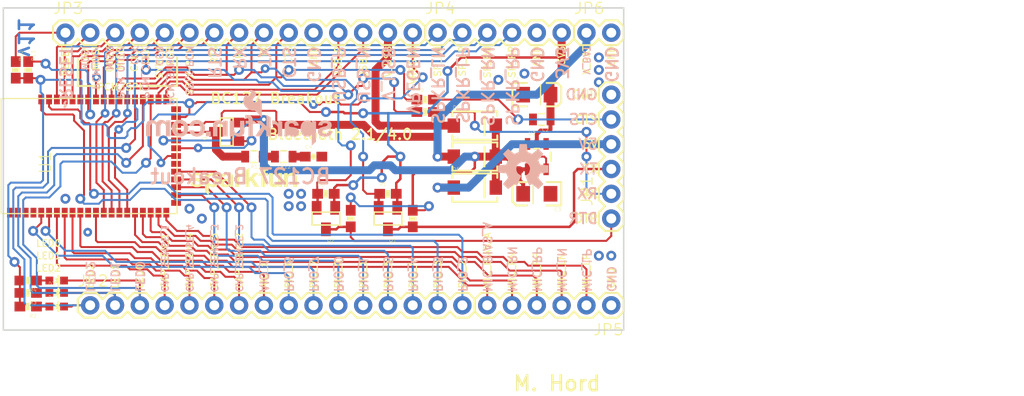
<source format=kicad_pcb>
(kicad_pcb (version 20211014) (generator pcbnew)
  (layers (0 "F.Cu" signal) (1 "In1.Cu" signal) (2 "In2.Cu" signal) (31 "B.Cu" signal) (34 "B.Paste" user) (35 "F.Paste" user) (36 "B.SilkS" user "B.Silkscreen") (37 "F.SilkS" user "F.Silkscreen") (38 "B.Mask" user) (39 "F.Mask" user) (44 "Edge.Cuts" user))
  (net 0 "")
  (net 1 "TX")
  (net 2 "VIN")
  (net 3 "5V_TX")
  (net 4 "3.3V")
  (net 5 "RTS")
  (net 6 "5V_RTS")
  (net 7 "GND")
  (net 8 "N$2")
  (net 9 "N$6")
  (net 10 "N$7")
  (net 11 "LED_2")
  (net 12 "LED_1")
  (net 13 "LED_0")
  (net 14 "RX")
  (net 15 "CTS")
  (net 16 "5V_CTS")
  (net 17 "5V_RX")
  (net 18 "PIO_0")
  (net 19 "PIO_5")
  (net 20 "PIO_6")
  (net 21 "AIO_1")
  (net 22 "CAP_SENSE_3")
  (net 23 "CAP_SENSE_4")
  (net 24 "~{RESET}")
  (net 25 "CHG_EXT")
  (net 26 "VBAT_SENSE")
  (net 27 "N$28")
  (net 28 "VREGEN")
  (net 29 "SPI_~{PCM}")
  (net 30 "PCM_IN/MOSI")
  (net 31 "PCM_CLK/CLK")
  (net 32 "MIC_BIAS_A")
  (net 33 "MIC_RN")
  (net 34 "MIC_RP")
  (net 35 "MIC_LN")
  (net 36 "MIC_LP")
  (net 37 "SPKR_RP")
  (net 38 "SPKR_RN")
  (net 39 "SPKR_LP")
  (net 40 "SPKR_LN")
  (net 41 "V_FTDI")
  (net 42 "V_USB")
  (net 43 "V_BAT")
  (net 44 "PCM_SYNC/CSB")
  (net 45 "PCM_OUT/MISO")
  (net 46 "USB_N")
  (net 47 "USB_P")
  (net 48 "CAP_SENSE_1")
  (net 49 "CAP_SENSE_2")
  (net 50 "PIO_7")
  (net 51 "PIO_4")
  (net 52 "PIO_3")
  (net 53 "PIO_2")
  (net 54 "PIO_1")
  (footprint "boardEagle:SOT23-5" (layer "F.Cu") (at 171.3611 103.7336)
    (fp_text reference "U2")
    (fp_text value "MIC5219 3.3V")
  )
  (footprint "boardEagle:SMA-DIODE" (layer "F.Cu") (at 165.0111 106.9086)
    (fp_text reference "D5")
    (fp_text value "BA340A")
  )
  (footprint "boardEagle:1X06" (layer "F.Cu") (at 178.9811 118.9736 180)
    (fp_text reference "JP5")
    (fp_text value "")
  )
  (footprint "boardEagle:1X16" (layer "F.Cu") (at 125.6411 118.9736)
    (fp_text reference "JP2")
    (fp_text value "M16PTH")
  )
  (footprint "boardEagle:0805" (layer "F.Cu") (at 145.4531 103.7336 180)
    (fp_text reference "R12")
    (fp_text value "0.22")
  )
  (footprint "boardEagle:1X15" (layer "F.Cu") (at 123.1011 91.0336)
    (fp_text reference "JP3")
    (fp_text value "M15")
  )
  (footprint "boardEagle:SFE_LOGO_NAME_.1" (layer "F.Cu") (at 135.4201 108.1786)
    (fp_text reference "LOGO3" hide)
    (fp_text value "SFE_LOGO_NAME.1_INCH" hide)
  )
  (footprint "boardEagle:CREATIVE_COMMONS" (layer "F.Cu") (at 138.3411 127.8636)
    (fp_text reference "FRAME1" hide)
    (fp_text value "FRAME-LETTER" hide)
  )
  (footprint "boardEagle:SOT23" (layer "F.Cu") (at 139.6111 101.1936 90)
    (fp_text reference "Q3")
    (fp_text value "MMBT4403")
  )
  (footprint "boardEagle:0603-RES" (layer "F.Cu") (at 118.0211 94.8436 -90)
    (fp_text reference "R10")
    (fp_text value "10K")
  )
  (footprint "boardEagle:0603-RES" (layer "F.Cu") (at 149.7711 107.5436)
    (fp_text reference "R6")
    (fp_text value "10K")
  )
  (footprint "boardEagle:LED-0603" (layer "F.Cu") (at 122.2121 119.1006 -90)
    (fp_text reference "D1")
    (fp_text value "GREEN")
  )
  (footprint "boardEagle:0603-RES" (layer "F.Cu") (at 119.2911 94.8436 -90)
    (fp_text reference "R13")
    (fp_text value "10K")
  )
  (footprint "boardEagle:1X02" (layer "F.Cu") (at 176.4411 91.0336)
    (fp_text reference "JP6")
    (fp_text value "M02PTH")
  )
  (footprint "boardEagle:BC127_XTRA_PASTE" (layer "F.Cu") (at 125.5311 103.6756 90)
    (fp_text reference "U1")
    (fp_text value "BC127")
  )
  (footprint "boardEagle:LED-0603" (layer "F.Cu") (at 122.2121 117.7036 -90)
    (fp_text reference "D3")
    (fp_text value "BLUE")
  )
  (footprint "boardEagle:SMA-DIODE" (layer "F.Cu") (at 165.0111 100.5586)
    (fp_text reference "D6")
    (fp_text value "BA340A")
  )
  (footprint "boardEagle:SOT23" (layer "F.Cu") (at 149.7711 110.0836 180)
    (fp_text reference "Q2")
    (fp_text value "MOSFET-NCHANNELBSS138")
  )
  (footprint "boardEagle:0603-RES" (layer "F.Cu") (at 152.3111 110.0836 90)
    (fp_text reference "R7")
    (fp_text value "10K")
  )
  (footprint "boardEagle:LED-0603" (layer "F.Cu") (at 122.2121 116.4336 -90)
    (fp_text reference "D2")
    (fp_text value "RED")
  )
  (footprint "boardEagle:0603-CAP" (layer "F.Cu") (at 148.5011 103.7336)
    (fp_text reference "C4")
    (fp_text value "4.7uF")
  )
  (footprint "boardEagle:FTDI_BASIC" (layer "F.Cu") (at 178.9811 110.0836 90)
    (fp_text reference "JP1")
    (fp_text value "FTDI_BASICPTH")
  )
  (footprint "boardEagle:0805" (layer "F.Cu") (at 142.4051 103.7336 180)
    (fp_text reference "R11")
    (fp_text value "0.75")
  )
  (footprint "boardEagle:1X06" (layer "F.Cu") (at 161.2011 91.0336)
    (fp_text reference "JP4")
    (fp_text value "")
  )
  (footprint "boardEagle:0603-RES" (layer "F.Cu") (at 119.2911 116.4336 180)
    (fp_text reference "R4")
    (fp_text value "240")
  )
  (footprint "boardEagle:0805" (layer "F.Cu") (at 171.8691 99.9236 180)
    (fp_text reference "C2")
    (fp_text value "1uF")
  )
  (footprint "boardEagle:0603-RES" (layer "F.Cu") (at 159.9311 97.8916)
    (fp_text reference "R9")
    (fp_text value "10K")
  )
  (footprint "boardEagle:EIA3216" (layer "F.Cu") (at 171.3611 107.5436 180)
    (fp_text reference "C3")
    (fp_text value "10uF")
  )
  (footprint "boardEagle:SOT23" (layer "F.Cu") (at 156.1211 110.0836 180)
    (fp_text reference "Q1")
    (fp_text value "MOSFET-NCHANNELBSS138")
  )
  (footprint "boardEagle:0603-RES" (layer "F.Cu") (at 159.9311 99.1616)
    (fp_text reference "R8")
    (fp_text value "10K")
  )
  (footprint "boardEagle:EIA3216" (layer "F.Cu") (at 171.3611 97.3836)
    (fp_text reference "C1")
    (fp_text value "10uF")
  )
  (footprint "boardEagle:0603-RES" (layer "F.Cu") (at 156.1211 107.5436)
    (fp_text reference "R1")
    (fp_text value "10K")
  )
  (footprint "boardEagle:0603-RES" (layer "F.Cu") (at 158.6611 110.0836 90)
    (fp_text reference "R5")
    (fp_text value "10K")
  )
  (footprint "boardEagle:SMA-DIODE" (layer "F.Cu") (at 165.0111 103.7336)
    (fp_text reference "D4")
    (fp_text value "BA340A")
  )
  (footprint "boardEagle:0603-RES" (layer "F.Cu") (at 119.2911 119.1006 180)
    (fp_text reference "R2")
    (fp_text value "240")
  )
  (footprint "boardEagle:0603-RES" (layer "F.Cu") (at 119.2911 117.7036 180)
    (fp_text reference "R3")
    (fp_text value "240")
  )
  (footprint "boardEagle:SFE-NEW-WEBLOGO" (layer "B.Cu") (at 150.4061 102.5906 180)
    (fp_text reference "LOGO2" hide)
    (fp_text value "LOGO-SFENEW" hide)
  )
  (footprint "boardEagle:OSHW-LOGO-M" (layer "B.Cu") (at 169.9641 105.0036 180)
    (fp_text reference "LOGO1" hide)
    (fp_text value "OSHW-LOGOM" hide)
  )
  (gr_line (start 134.5311 96.4946) (end 134.5311 93.5736) (layer "F.SilkS") (width 0.2032))
  (gr_line (start 131.3561 96.4946) (end 134.5311 96.4946) (layer "F.SilkS") (width 0.2032))
  (gr_line (start 124.3711 96.4946) (end 126.0221 96.4946) (layer "F.SilkS") (width 0.2032))
  (gr_line (start 124.3711 93.7006) (end 124.3711 96.4946) (layer "F.SilkS") (width 0.2032))
  (gr_line (start 116.7511 88.4936) (end 180.2511 88.4936) (layer "Edge.Cuts") (width 0.1524))
  (gr_line (start 116.7511 121.5136) (end 116.7511 88.4936) (layer "Edge.Cuts") (width 0.1524))
  (gr_line (start 180.2511 121.5136) (end 116.7511 121.5136) (layer "Edge.Cuts") (width 0.1524))
  (gr_line (start 180.2511 88.4936) (end 180.2511 121.5136) (layer "Edge.Cuts") (width 0.1524))
  (gr_text "v11" (at 118.1481 93.7006 -90) (layer "B.Cu") (effects (font (size 1.5113 1.5113) (thickness 0.2667)) (justify left bottom mirror)))
  (gr_text "GND" (at 178.9811 92.3036 -90) (layer "B.SilkS") (effects (font (size 1.20904 1.20904) (thickness 0.21336)) (justify right mirror)))
  (gr_text "GND" (at 177.7111 97.3836) (layer "B.SilkS") (effects (font (size 1.0795 1.0795) (thickness 0.1905)) (justify left mirror)))
  (gr_text "PIO_3" (at 161.2011 117.7036 -90) (layer "B.SilkS") (effects (font (size 0.8636 0.8636) (thickness 0.1524)) (justify left mirror)))
  (gr_text "PIO_4" (at 158.6611 117.7036 -90) (layer "B.SilkS") (effects (font (size 0.8636 0.8636) (thickness 0.1524)) (justify left mirror)))
  (gr_text "PIO_6" (at 145.9611 117.7036 -90) (layer "B.SilkS") (effects (font (size 0.8636 0.8636) (thickness 0.1524)) (justify left mirror)))
  (gr_text "MIC_RP" (at 171.3611 117.7036 -90) (layer "B.SilkS") (effects (font (size 0.8636 0.8636) (thickness 0.1524)) (justify left mirror)))
  (gr_text "TX" (at 143.4211 92.3036 -90) (layer "B.SilkS") (effects (font (size 1.20904 1.20904) (thickness 0.21336)) (justify right mirror)))
  (gr_text "RTS" (at 138.3411 92.3036 -90) (layer "B.SilkS") (effects (font (size 1.20904 1.20904) (thickness 0.21336)) (justify right mirror)))
  (gr_text "MIC_LN" (at 173.9011 117.7036 -90) (layer "B.SilkS") (effects (font (size 0.8636 0.8636) (thickness 0.1524)) (justify left mirror)))
  (gr_text "3V3" (at 173.9011 92.3036 -90) (layer "B.SilkS") (effects (font (size 1.20904 1.20904) (thickness 0.21336)) (justify right mirror)))
  (gr_text "GND" (at 178.9811 117.7036 -90) (layer "B.SilkS") (effects (font (size 0.8636 0.8636) (thickness 0.1524)) (justify left mirror)))
  (gr_text "~RESET" (at 123.1011 92.3036 -90) (layer "B.SilkS") (effects (font (size 1.20904 1.20904) (thickness 0.21336)) (justify right mirror)))
  (gr_text "PIO_7" (at 148.5011 117.7036 -90) (layer "B.SilkS") (effects (font (size 0.8636 0.8636) (thickness 0.1524)) (justify left mirror)))
  (gr_text "GND" (at 171.3611 92.3036 -90) (layer "B.SilkS") (effects (font (size 1.20904 1.20904) (thickness 0.21336)) (justify right mirror)))
  (gr_text "PIO_1" (at 153.5811 117.7036 -90) (layer "B.SilkS") (effects (font (size 0.8636 0.8636) (thickness 0.1524)) (justify left mirror)))
  (gr_text "PIO_0" (at 151.0411 117.7036 -90) (layer "B.SilkS") (effects (font (size 0.8636 0.8636) (thickness 0.1524)) (justify left mirror)))
  (gr_text "RX" (at 177.7111 107.5436) (layer "B.SilkS") (effects (font (size 1.0795 1.0795) (thickness 0.1905)) (justify left mirror)))
  (gr_text "PIO_5" (at 156.1211 117.7036 -90) (layer "B.SilkS") (effects (font (size 0.8636 0.8636) (thickness 0.1524)) (justify left mirror)))
  (gr_text "GND" (at 148.5011 92.3036 -90) (layer "B.SilkS") (effects (font (size 1.20904 1.20904) (thickness 0.21336)) (justify right mirror)))
  (gr_text "PCM_CLK/\nCLK" (at 130.7211 92.3036 -90) (layer "B.SilkS") (effects (font (size 0.69088 0.69088) (thickness 0.12192)) (justify right mirror)))
  (gr_text "PIO_0" (at 151.0411 117.7036 -90) (layer "B.SilkS") (effects (font (size 0.8636 0.8636) (thickness 0.1524)) (justify left mirror)))
  (gr_text "USB_P" (at 151.0411 92.3036 -90) (layer "B.SilkS") (effects (font (size 1.20904 1.20904) (thickness 0.21336)) (justify right mirror)))
  (gr_text "AIO_1" (at 143.4211 117.7036 -90) (layer "B.SilkS") (effects (font (size 0.8636 0.8636) (thickness 0.1524)) (justify left mirror)))
  (gr_text "LED1" (at 128.1811 117.7036 -90) (layer "B.SilkS") (effects (font (size 0.8636 0.8636) (thickness 0.1524)) (justify left mirror)))
  (gr_text "BC127 Breakout" (at 150.4061 105.7656) (layer "B.SilkS") (effects (font (size 1.5113 1.5113) (thickness 0.2667)) (justify left mirror)))
  (gr_text "USB_N" (at 153.5811 92.3036 -90) (layer "B.SilkS") (effects (font (size 1.20904 1.20904) (thickness 0.21336)) (justify right mirror)))
  (gr_text "MIC_RN" (at 168.8211 117.7036 -90) (layer "B.SilkS") (effects (font (size 0.8636 0.8636) (thickness 0.1524)) (justify left mirror)))
  (gr_text "LED2" (at 125.6411 117.7036 -90) (layer "B.SilkS") (effects (font (size 0.8636 0.8636) (thickness 0.1524)) (justify left mirror)))
  (gr_text "CAP_SENSE_2" (at 140.8811 117.7036 -90) (layer "B.SilkS") (effects (font (size 0.69088 0.69088) (thickness 0.12192)) (justify left mirror)))
  (gr_text "MIC_LP" (at 176.4411 117.7036 -90) (layer "B.SilkS") (effects (font (size 0.8636 0.8636) (thickness 0.1524)) (justify left mirror)))
  (gr_text "CTS" (at 177.7111 99.9236) (layer "B.SilkS") (effects (font (size 1.0795 1.0795) (thickness 0.1905)) (justify left mirror)))
  (gr_text "SPKR_RN" (at 166.2811 92.3036 -90) (layer "B.SilkS") (effects (font (size 1.20904 1.20904) (thickness 0.21336)) (justify right mirror)))
  (gr_text "CTS" (at 145.9611 92.3036 -90) (layer "B.SilkS") (effects (font (size 1.20904 1.20904) (thickness 0.21336)) (justify right mirror)))
  (gr_text "CAP_SENSE_4" (at 135.8011 117.7036 -90) (layer "B.SilkS") (effects (font (size 0.69088 0.69088) (thickness 0.12192)) (justify left mirror)))
  (gr_text "MIC_BIAS_A" (at 166.2811 117.7036 -90) (layer "B.SilkS") (effects (font (size 0.8636 0.8636) (thickness 0.1524)) (justify left mirror)))
  (gr_text "SPI/~PCM" (at 135.8011 92.3036 -90) (layer "B.SilkS") (effects (font (size 0.69088 0.69088) (thickness 0.12192)) (justify right mirror)))
  (gr_text "CAP_SENSE_3" (at 138.3411 117.7036 -90) (layer "B.SilkS") (effects (font (size 0.69088 0.69088) (thickness 0.12192)) (justify left mirror)))
  (gr_text "V_USB" (at 156.1211 92.3036 -90) (layer "B.SilkS") (effects (font (size 1.20904 1.20904) (thickness 0.21336)) (justify right mirror)))
  (gr_text "V_BAT" (at 176.4411 92.3036 -90) (layer "B.SilkS") (effects (font (size 0.69088 0.69088) (thickness 0.12192)) (justify right mirror)))
  (gr_text "SPKR_RP" (at 168.8211 92.3036 -90) (layer "B.SilkS") (effects (font (size 1.20904 1.20904) (thickness 0.21336)) (justify right mirror)))
  (gr_text "SPKR_LP" (at 163.7411 92.3036 -90) (layer "B.SilkS") (effects (font (size 1.20904 1.20904) (thickness 0.21336)) (justify right mirror)))
  (gr_text "CAP_SENSE_1" (at 133.2611 117.7036 -90) (layer "B.SilkS") (effects (font (size 0.69088 0.69088) (thickness 0.12192)) (justify left mirror)))
  (gr_text "PIO_2" (at 163.7411 117.7036 -90) (layer "B.SilkS") (effects (font (size 0.8636 0.8636) (thickness 0.1524)) (justify left mirror)))
  (gr_text "RX" (at 140.8811 92.3036 -90) (layer "B.SilkS") (effects (font (size 1.20904 1.20904) (thickness 0.21336)) (justify right mirror)))
  (gr_text "PCM_IN/\nMOSI" (at 125.6411 92.3036 -90) (layer "B.SilkS") (effects (font (size 0.69088 0.69088) (thickness 0.12192)) (justify right mirror)))
  (gr_text "TX" (at 177.7111 105.0036) (layer "B.SilkS") (effects (font (size 1.0795 1.0795) (thickness 0.1905)) (justify left mirror)))
  (gr_text "DTR" (at 177.7111 110.0836) (layer "B.SilkS") (effects (font (size 1.0795 1.0795) (thickness 0.1905)) (justify left mirror)))
  (gr_text "PCM_SYNC/\nCSB" (at 133.2611 92.3036 -90) (layer "B.SilkS") (effects (font (size 0.69088 0.69088) (thickness 0.12192)) (justify right mirror)))
  (gr_text "SPKR_LN" (at 161.2011 92.3036 -90) (layer "B.SilkS") (effects (font (size 1.20904 1.20904) (thickness 0.21336)) (justify right mirror)))
  (gr_text "5V" (at 177.7111 102.4636) (layer "B.SilkS") (effects (font (size 1.0795 1.0795) (thickness 0.1905)) (justify left mirror)))
  (gr_text "LED0" (at 130.7211 117.7036 -90) (layer "B.SilkS") (effects (font (size 0.8636 0.8636) (thickness 0.1524)) (justify left mirror)))
  (gr_text "PCM_OUT/\nMISO" (at 128.1811 92.3036 -90) (layer "B.SilkS") (effects (font (size 0.69088 0.69088) (thickness 0.12192)) (justify right mirror)))
  (gr_text "VREGEN" (at 158.6611 92.3036 -90) (layer "B.SilkS") (effects (font (size 1.20904 1.20904) (thickness 0.21336)) (justify right mirror)))
  (gr_text "USB_P" (at 151.0411 92.3036 90) (layer "F.SilkS") (effects (font (size 0.69088 0.69088) (thickness 0.12192)) (justify right)))
  (gr_text "LED1" (at 122.7201 113.8936) (layer "F.SilkS") (effects (font (size 0.69088 0.69088) (thickness 0.12192)) (justify right)))
  (gr_text "LED0" (at 130.7211 117.3226 90) (layer "F.SilkS") (effects (font (size 0.69088 0.69088) (thickness 0.12192)) (justify left)))
  (gr_text "Bluetooth 2.1/4.0" (at 143.6751 102.0826) (layer "F.SilkS") (effects (font (size 1.0795 1.0795) (thickness 0.1905)) (justify left bottom)))
  (gr_text "BC127 Breakout" (at 137.8331 97.7646) (layer "F.SilkS") (effects (font (size 1.0795 1.0795) (thickness 0.1905)) (justify left)))
  (gr_text "VREGEN" (at 158.6611 92.3036 90) (layer "F.SilkS") (effects (font (size 0.69088 0.69088) (thickness 0.12192)) (justify right)))
  (gr_text "OUT/\nMISO" (at 128.1811 92.3036 90) (layer "F.SilkS") (effects (font (size 0.69088 0.69088) (thickness 0.12192)) (justify right)))
  (gr_text "PIO_3" (at 161.2011 117.3226 90) (layer "F.SilkS") (effects (font (size 0.69088 0.69088) (thickness 0.12192)) (justify left)))
  (gr_text "DTR" (at 177.7111 110.0836) (layer "F.SilkS") (effects (font (size 0.8636 0.8636) (thickness 0.1524)) (justify right)))
  (gr_text "M. Hord" (at 168.8211 127.8636) (layer "F.SilkS") (effects (font (size 1.5113 1.5113) (thickness 0.2667)) (justify left bottom)))
  (gr_text "PIO_0" (at 151.0411 117.3226 90) (layer "F.SilkS") (effects (font (size 0.69088 0.69088) (thickness 0.12192)) (justify left)))
  (gr_text "GND" (at 148.5011 92.3036 90) (layer "F.SilkS") (effects (font (size 0.69088 0.69088) (thickness 0.12192)) (justify right)))
  (gr_text "CTS" (at 177.7111 99.9236) (layer "F.SilkS") (effects (font (size 0.8636 0.8636) (thickness 0.1524)) (justify right)))
  (gr_text "RX" (at 140.8811 92.3036 90) (layer "F.SilkS") (effects (font (size 0.69088 0.69088) (thickness 0.12192)) (justify right)))
  (gr_text "LED0" (at 122.7201 112.6236) (layer "F.SilkS") (effects (font (size 0.69088 0.69088) (thickness 0.12192)) (justify right)))
  (gr_text "SP_RN" (at 166.2811 92.3036 90) (layer "F.SilkS") (effects (font (size 0.69088 0.69088) (thickness 0.12192)) (justify right)))
  (gr_text "RX" (at 177.7111 107.5436) (layer "F.SilkS") (effects (font (size 0.8636 0.8636) (thickness 0.1524)) (justify right)))
  (gr_text "MIC_LN" (at 173.9011 117.3226 90) (layer "F.SilkS") (effects (font (size 0.69088 0.69088) (thickness 0.12192)) (justify left)))
  (gr_text "SP_LP" (at 163.7411 92.3036 90) (layer "F.SilkS") (effects (font (size 0.69088 0.69088) (thickness 0.12192)) (justify right)))
  (gr_text "SPI/~PCM" (at 135.8011 92.3036 90) (layer "F.SilkS") (effects (font (size 0.69088 0.69088) (thickness 0.12192)) (justify right)))
  (gr_text "PIO_5" (at 156.1211 117.3226 90) (layer "F.SilkS") (effects (font (size 0.69088 0.69088) (thickness 0.12192)) (justify left)))
  (gr_text "V_BAT" (at 176.4411 92.3036 90) (layer "F.SilkS") (effects (font (size 0.69088 0.69088) (thickness 0.12192)) (justify right)))
  (gr_text "SP_RP" (at 168.8211 92.3036 90) (layer "F.SilkS") (effects (font (size 0.69088 0.69088) (thickness 0.12192)) (justify right)))
  (gr_text "PIO_2" (at 163.7411 117.3226 90) (layer "F.SilkS") (effects (font (size 0.69088 0.69088) (thickness 0.12192)) (justify left)))
  (gr_text "IN/\nMOSI" (at 125.6411 92.3036 90) (layer "F.SilkS") (effects (font (size 0.69088 0.69088) (thickness 0.12192)) (justify right)))
  (gr_text "CTS" (at 145.9611 92.3036 90) (layer "F.SilkS") (effects (font (size 0.69088 0.69088) (thickness 0.12192)) (justify right)))
  (gr_text "MIC_BIAS_A" (at 166.2811 117.3226 90) (layer "F.SilkS") (effects (font (size 0.69088 0.69088) (thickness 0.12192)) (justify left)))
  (gr_text "LED2" (at 125.6411 117.3226 90) (layer "F.SilkS") (effects (font (size 0.69088 0.69088) (thickness 0.12192)) (justify left)))
  (gr_text "RTS" (at 138.3411 92.3036 90) (layer "F.SilkS") (effects (font (size 0.69088 0.69088) (thickness 0.12192)) (justify right)))
  (gr_text "TX" (at 143.4211 92.3036 90) (layer "F.SilkS") (effects (font (size 0.69088 0.69088) (thickness 0.12192)) (justify right)))
  (gr_text "PIO_7" (at 148.5011 117.3226 90) (layer "F.SilkS") (effects (font (size 0.69088 0.69088) (thickness 0.12192)) (justify left)))
  (gr_text "GND" (at 178.9811 92.3036 90) (layer "F.SilkS") (effects (font (size 0.69088 0.69088) (thickness 0.12192)) (justify right)))
  (gr_text "MIC_RN" (at 168.8211 117.3226 90) (layer "F.SilkS") (effects (font (size 0.69088 0.69088) (thickness 0.12192)) (justify left)))
  (gr_text "AIO_1" (at 143.4211 117.3226 90) (layer "F.SilkS") (effects (font (size 0.69088 0.69088) (thickness 0.12192)) (justify left)))
  (gr_text "V_USB" (at 156.1211 92.3036 90) (layer "F.SilkS") (effects (font (size 0.69088 0.69088) (thickness 0.12192)) (justify right)))
  (gr_text "CAP_SEN_4" (at 135.8011 117.3226 90) (layer "F.SilkS") (effects (font (size 0.69088 0.69088) (thickness 0.12192)) (justify left)))
  (gr_text "CAP_SEN_3" (at 138.3411 117.3226 90) (layer "F.SilkS") (effects (font (size 0.69088 0.69088) (thickness 0.12192)) (justify left)))
  (gr_text "~RESET" (at 123.1011 92.3036 90) (layer "F.SilkS") (effects (font (size 0.69088 0.69088) (thickness 0.12192)) (justify right)))
  (gr_text "USB_N" (at 153.5811 92.3036 90) (layer "F.SilkS") (effects (font (size 0.69088 0.69088) (thickness 0.12192)) (justify right)))
  (gr_text "PIO_1" (at 153.5811 117.3226 90) (layer "F.SilkS") (effects (font (size 0.69088 0.69088) (thickness 0.12192)) (justify left)))
  (gr_text "TX" (at 177.7111 105.0036) (layer "F.SilkS") (effects (font (size 0.8636 0.8636) (thickness 0.1524)) (justify right)))
  (gr_text "MIC_RP" (at 171.3611 117.3226 90) (layer "F.SilkS") (effects (font (size 0.69088 0.69088) (thickness 0.12192)) (justify left)))
  (gr_text "PIO_6" (at 145.9611 117.3226 90) (layer "F.SilkS") (effects (font (size 0.69088 0.69088) (thickness 0.12192)) (justify left)))
  (gr_text "GND" (at 177.7111 97.3836) (layer "F.SilkS") (effects (font (size 0.8636 0.8636) (thickness 0.1524)) (justify right)))
  (gr_text "LED2" (at 122.7201 115.1636) (layer "F.SilkS") (effects (font (size 0.69088 0.69088) (thickness 0.12192)) (justify right)))
  (gr_text "5V" (at 177.7111 102.4636) (layer "F.SilkS") (effects (font (size 0.8636 0.8636) (thickness 0.1524)) (justify right)))
  (gr_text "CAP_SEN_1" (at 133.2611 117.3226 90) (layer "F.SilkS") (effects (font (size 0.69088 0.69088) (thickness 0.12192)) (justify left)))
  (gr_text "CAP_SEN_2" (at 140.8811 117.3226 90) (layer "F.SilkS") (effects (font (size 0.69088 0.69088) (thickness 0.12192)) (justify left)))
  (gr_text "CLK/\nCLK" (at 130.7211 92.3036 90) (layer "F.SilkS") (effects (font (size 0.69088 0.69088) (thickness 0.12192)) (justify right)))
  (gr_text "PIO_4" (at 158.6611 117.3226 90) (layer "F.SilkS") (effects (font (size 0.69088 0.69088) (thickness 0.12192)) (justify left)))
  (gr_text "SYNC/\nCSB" (at 133.2611 92.3036 90) (layer "F.SilkS") (effects (font (size 0.69088 0.69088) (thickness 0.12192)) (justify right)))
  (gr_text "3V3" (at 173.9011 92.3036 90) (layer "F.SilkS") (effects (font (size 0.69088 0.69088) (thickness 0.12192)) (justify right)))
  (gr_text "LED1" (at 128.1811 117.3226 90) (layer "F.SilkS") (effects (font (size 0.69088 0.69088) (thickness 0.12192)) (justify left)))
  (gr_text "GND" (at 178.9811 117.3226 90) (layer "F.SilkS") (effects (font (size 0.69088 0.69088) (thickness 0.12192)) (justify left)))
  (gr_text "PCM/SPI" (at 126.2761 97.0026) (layer "F.SilkS") (effects (font (size 0.69088 0.69088) (thickness 0.12192)) (justify left bottom)))
  (gr_text "MIC_LP" (at 176.4411 117.3226 90) (layer "F.SilkS") (effects (font (size 0.69088 0.69088) (thickness 0.12192)) (justify left)))
  (gr_text "GND" (at 171.3611 92.3036 90) (layer "F.SilkS") (effects (font (size 0.69088 0.69088) (thickness 0.12192)) (justify right)))
  (gr_text "SP_LN" (at 161.2011 92.3036 90) (layer "F.SilkS") (effects (font (size 0.69088 0.69088) (thickness 0.12192)) (justify right)))
  (segment (start 128.6311 97.0606) (end 129.4511 96.2406) (width 0.2032) (layer "F.Cu") (net 1))
  (segment (start 142.1511 95.0976) (end 142.1511 92.3036) (width 0.2032) (layer "F.Cu") (net 1))
  (segment (start 155.1711 107.6436) (end 155.2711 107.5436) (width 0.254) (layer "F.Cu") (net 1))
  (segment (start 141.3891 95.8596) (end 142.1511 95.0976) (width 0.2032) (layer "F.Cu") (net 1))
  (segment (start 142.1511 92.3036) (end 143.4211 91.0336) (width 0.2032) (layer "F.Cu") (net 1))
  (segment (start 142.1511 95.0976) (end 143.1671 95.0976) (width 0.2032) (layer "F.Cu") (net 1))
  (segment (start 133.5151 95.0976) (end 135.4201 95.0976) (width 0.2032) (layer "F.Cu") (net 1))
  (segment (start 153.5811 103.7336) (end 153.5811 107.1626) (width 0.2032) (layer "F.Cu") (net 1))
  (segment (start 153.5811 107.1626) (end 153.9621 107.5436) (width 0.2032) (layer "F.Cu") (net 1))
  (segment (start 129.4511 96.2406) (end 132.3721 96.2406) (width 0.2032) (layer "F.Cu") (net 1))
  (segment (start 153.9621 107.5436) (end 155.2711 107.5436) (width 0.2032) (layer "F.Cu") (net 1))
  (segment (start 132.3721 96.2406) (end 133.5151 95.0976) (width 0.2032) (layer "F.Cu") (net 1))
  (segment (start 135.4201 95.0976) (end 136.1821 95.8596) (width 0.2032) (layer "F.Cu") (net 1))
  (segment (start 128.6311 97.8756) (end 128.6311 97.0606) (width 0.2032) (layer "F.Cu") (net 1))
  (segment (start 143.1671 95.0976) (end 143.5481 94.7166) (width 0.2032) (layer "F.Cu") (net 1))
  (segment (start 136.1821 95.8596) (end 141.3891 95.8596) (width 0.2032) (layer "F.Cu") (net 1))
  (segment (start 155.1711 108.9836) (end 155.1711 107.6436) (width 0.254) (layer "F.Cu") (net 1))
  (via (at 153.5811 103.7336) (size 1.016) (drill 0.508) (layers "F.Cu" "B.Cu") (net 1))
  (via (at 143.5481 94.7166) (size 0.889) (drill 0.381) (layers "F.Cu" "B.Cu") (net 1))
  (segment (start 145.7071 95.8596) (end 151.8031 95.8596) (width 0.2032) (layer "B.Cu") (net 1))
  (segment (start 152.9461 97.7646) (end 152.3111 98.3996) (width 0.2032) (layer "B.Cu") (net 1))
  (segment (start 144.5641 94.7166) (end 145.7071 95.8596) (width 0.2032) (layer "B.Cu") (net 1))
  (segment (start 152.3111 98.3996) (end 152.3111 100.1776) (width 0.2032) (layer "B.Cu") (net 1))
  (segment (start 153.5811 101.4476) (end 153.5811 103.7336) (width 0.2032) (layer "B.Cu") (net 1))
  (segment (start 151.8031 95.8596) (end 152.9461 97.0026) (width 0.2032) (layer "B.Cu") (net 1))
  (segment (start 152.3111 100.1776) (end 153.5811 101.4476) (width 0.2032) (layer "B.Cu") (net 1))
  (segment (start 143.5481 94.7166) (end 144.5641 94.7166) (width 0.2032) (layer "B.Cu") (net 1))
  (segment (start 152.9461 97.0026) (end 152.9461 97.7646) (width 0.2032) (layer "B.Cu") (net 1))
  (segment (start 169.0751 105.1306) (end 169.5831 105.1306) (width 0.8128) (layer "F.Cu") (net 2))
  (segment (start 170.4111 103.9216) (end 170.5991 103.7336) (width 0.2032) (layer "F.Cu") (net 2))
  (segment (start 168.8211 104.1146) (end 168.8211 104.8766) (width 0.8128) (layer "F.Cu") (net 2))
  (segment (start 164.5031 105.3846) (end 158.9151 105.3846) (width 0.254) (layer "F.Cu") (net 2))
  (segment (start 169.5831 106.1466) (end 169.9611 106.5246) (width 0.4064) (layer "F.Cu") (net 2))
  (segment (start 167.1611 103.7336) (end 167.1611 106.9086) (width 0.8128) (layer "F.Cu") (net 2))
  (segment (start 159.8921 109.2336) (end 160.3121 108.8136) (width 0.2032) (layer "F.Cu") (net 2))
  (segment (start 158.6611 105.6386) (end 158.6611 109.2336) (width 0.254) (layer "F.Cu") (net 2))
  (segment (start 140.7111 100.2436) (end 141.8311 100.2436) (width 0.8128) (layer "F.Cu") (net 2))
  (segment (start 134.4311 102.0756) (end 133.1411 102.0756) (width 0.2032) (layer "F.Cu") (net 2))
  (segment (start 165.0111 104.8766) (end 164.5031 105.3846) (width 0.254) (layer "F.Cu") (net 2))
  (segment (start 172.3111 105.0337) (end 172.3111 103.9216) (width 0.2032) (layer "F.Cu") (net 2))
  (segment (start 143.4211 99.9236) (end 142.1511 99.9236) (width 0.8128) (layer "F.Cu") (net 2))
  (segment (start 142.1511 99.9236) (end 141.8311 100.2436) (width 0.8128) (layer "F.Cu") (net 2))
  (segment (start 170.4111 105.0337) (end 170.4111 103.9216) (width 0.2032) (layer "F.Cu") (net 2))
  (segment (start 168.8211 104.8766) (end 169.0751 105.1306) (width 0.8128) (layer "F.Cu") (net 2))
  (segment (start 168.4401 103.7336) (end 168.8211 104.1146) (width 0.8128) (layer "F.Cu") (net 2))
  (segment (start 172.1231 103.7336) (end 172.3111 103.9216) (width 0.2032) (layer "F.Cu") (net 2))
  (segment (start 170.4111 105.0337) (end 169.68 105.0337) (width 0.4064) (layer "F.Cu") (net 2))
  (segment (start 169.68 105.0337) (end 169.5831 105.1306) (width 0.4064) (layer "F.Cu") (net 2))
  (segment (start 167.1611 103.7336) (end 165.0111 103.7336) (width 0.8128) (layer "F.Cu") (net 2))
  (segment (start 167.1611 100.5586) (end 167.1611 103.7336) (width 0.8128) (layer "F.Cu") (net 2))
  (segment (start 169.9611 107.5436) (end 169.9611 106.5246) (width 0.4064) (layer "F.Cu") (net 2))
  (segment (start 165.0111 103.7336) (end 165.0111 104.8766) (width 0.254) (layer "F.Cu") (net 2))
  (segment (start 170.5991 103.7336) (end 172.1231 103.7336) (width 0.2032) (layer "F.Cu") (net 2))
  (segment (start 167.1611 103.7336) (end 168.4401 103.7336) (width 0.8128) (layer "F.Cu") (net 2))
  (segment (start 158.9151 105.3846) (end 158.6611 105.6386) (width 0.254) (layer "F.Cu") (net 2))
  (segment (start 169.5831 105.1306) (end 169.5831 106.1466) (width 0.4064) (layer "F.Cu") (net 2))
  (segment (start 152.3111 107.9246) (end 152.3111 109.2336) (width 0.2032) (layer "F.Cu") (net 2))
  (segment (start 158.6611 109.2336) (end 159.8921 109.2336) (width 0.2032) (layer "F.Cu") (net 2))
  (segment (start 133.1411 102.0756) (end 133.1341 102.0826) (width 0.2032) (layer "F.Cu") (net 2))
  (via (at 143.4211 99.9236) (size 0.889) (drill 0.381) (layers "F.Cu" "B.Cu") (net 2))
  (via (at 152.3111 107.9246) (size 1.016) (drill 0.508) (layers "F.Cu" "B.Cu") (net 2))
  (via (at 160.3121 108.8136) (size 1.016) (drill 0.508) (layers "F.Cu" "B.Cu") (net 2))
  (via (at 165.0111 103.7336) (size 1.016) (drill 0.508) (layers "F.Cu" "B.Cu") (net 2))
  (via (at 133.1341 102.0826) (size 1.016) (drill 0.508) (layers "F.Cu" "B.Cu") (net 2))
  (segment (start 165.0111 103.7336) (end 163.9951 103.7336) (width 0.8128) (layer "B.Cu") (net 2))
  (segment (start 154.2161 105.1306) (end 143.9291 105.1306) (width 0.8128) (layer "B.Cu") (net 2))
  (segment (start 142.1511 99.9236) (end 143.4211 99.9236) (width 0.2032) (layer "B.Cu") (net 2))
  (segment (start 160.3121 108.8136) (end 153.2001 108.8136) (width 0.2032) (layer "B.Cu") (net 2))
  (segment (start 163.9951 103.7336) (end 162.5981 105.1306) (width 0.8128) (layer "B.Cu") (net 2))
  (segment (start 162.5981 105.1306) (end 156.8831 105.1306) (width 0.8128) (layer "B.Cu") (net 2))
  (segment (start 143.9291 105.1306) (end 143.4211 104.6226) (width 0.8128) (layer "B.Cu") (net 2))
  (segment (start 156.8831 105.1306) (end 156.3751 104.6226) (width 0.8128) (layer "B.Cu") (net 2))
  (segment (start 133.1341 102.0826) (end 139.9921 102.0826) (width 0.2032) (layer "B.Cu") (net 2))
  (segment (start 143.4211 104.6226) (end 143.4211 99.9236) (width 0.8128) (layer "B.Cu") (net 2))
  (segment (start 139.9921 102.0826) (end 142.1511 99.9236) (width 0.2032) (layer "B.Cu") (net 2))
  (segment (start 154.7241 104.6226) (end 154.2161 105.1306) (width 0.8128) (layer "B.Cu") (net 2))
  (segment (start 156.3751 104.6226) (end 154.7241 104.6226) (width 0.8128) (layer "B.Cu") (net 2))
  (segment (start 153.2001 108.8136) (end 152.3111 107.9246) (width 0.2032) (layer "B.Cu") (net 2))
  (segment (start 175.1711 105.3846) (end 175.5521 105.0036) (width 0.254) (layer "F.Cu") (net 3))
  (segment (start 174.7021 110.9336) (end 175.1711 110.4646) (width 0.254) (layer "F.Cu") (net 3))
  (segment (start 157.1801 111.1836) (end 157.4301 110.9336) (width 0.254) (layer "F.Cu") (net 3))
  (segment (start 156.1211 111.1836) (end 157.1801 111.1836) (width 0.254) (layer "F.Cu") (net 3))
  (segment (start 175.1711 110.4646) (end 175.1711 105.3846) (width 0.254) (layer "F.Cu") (net 3))
  (segment (start 175.5521 105.0036) (end 178.9811 105.0036) (width 0.254) (layer "F.Cu") (net 3))
  (segment (start 158.6611 110.9336) (end 174.7021 110.9336) (width 0.254) (layer "F.Cu") (net 3))
  (segment (start 158.6611 110.9336) (end 157.4301 110.9336) (width 0.254) (layer "F.Cu") (net 3))
  (segment (start 173.9011 91.0336) (end 173.9011 93.5736) (width 0.8128) (layer "F.Cu") (net 4))
  (segment (start 135.7951 98.2786) (end 135.8011 98.2726) (width 0.2032) (layer "F.Cu") (net 4))
  (segment (start 171.3611 102.0826) (end 171.0102 102.4335) (width 0.4064) (layer "F.Cu") (net 4))
  (segment (start 172.7581 97.3806) (end 172.7581 99.9126) (width 0.8128) (layer "F.Cu") (net 4))
  (segment (start 150.6211 106.9476) (end 150.9141 106.6546) (width 0.254) (layer "F.Cu") (net 4))
  (segment (start 150.9141 106.6546) (end 152.5651 106.6546) (width 0.254) (layer "F.Cu") (net 4))
  (segment (start 150.6211 108.8836) (end 150.7211 108.9836) (width 0.254) (layer "F.Cu") (net 4))
  (segment (start 173.9011 94.8436) (end 172.7581 95.9866) (width 0.8128) (layer "F.Cu") (net 4))
  (segment (start 172.7581 99.9126) (end 172.7581 100.9396) (width 0.4064) (layer "F.Cu") (net 4))
  (segment (start 157.3911 103.7336) (end 157.3911 106.0196) (width 0.254) (layer "F.Cu") (net 4))
  (segment (start 173.9011 93.5736) (end 173.9011 94.8436) (width 0.8128) (layer "F.Cu") (net 4))
  (segment (start 136.5631 98.1456) (end 136.4361 98.2726) (width 0.2032) (layer "F.Cu") (net 4))
  (segment (start 117.8941 114.5286) (end 118.4411 115.0756) (width 0.2032) (layer "F.Cu") (net 4))
  (segment (start 150.6211 107.5436) (end 150.6211 106.9476) (width 0.254) (layer "F.Cu") (net 4))
  (segment (start 134.4311 99.6756) (end 135.4141 99.6756) (width 0.2032) (layer "F.Cu") (net 4))
  (segment (start 135.4141 99.6756) (end 135.7951 99.2946) (width 0.2032) (layer "F.Cu") (net 4))
  (segment (start 172.7581 100.9396) (end 172.6311 101.0666) (width 0.4064) (layer "F.Cu") (net 4))
  (segment (start 156.9711 107.5436) (end 156.9711 106.4396) (width 0.254) (layer "F.Cu") (net 4))
  (segment (start 157.3911 106.0196) (end 156.9711 106.4396) (width 0.254) (layer "F.Cu") (net 4))
  (segment (start 148.1201 99.1616) (end 149.7711 99.1616) (width 0.2032) (layer "F.Cu") (net 4))
  (segment (start 156.1211 103.7336) (end 155.4861 104.3686) (width 0.254) (layer "F.Cu") (net 4))
  (segment (start 136.4361 98.2726) (end 135.8011 98.2726) (width 0.2032) (layer "F.Cu") (net 4))
  (segment (start 119.2911 95.6936) (end 120.3951 95.6936) (width 0.2032) (layer "F.Cu") (net 4))
  (segment (start 135.7951 99.2946) (end 135.7951 98.2786) (width 0.2032) (layer "F.Cu") (net 4))
  (segment (start 171.7421 101.0666) (end 171.3611 101.4476) (width 0.4064) (layer "F.Cu") (net 4))
  (segment (start 118.4411 117.7036) (end 118.4411 116.4336) (width 0.2032) (layer "F.Cu") (net 4))
  (segment (start 172.7581 97.3806) (end 172.7611 97.3836) (width 0.8128) (layer "F.Cu") (net 4))
  (segment (start 157.0711 108.9836) (end 157.0711 107.6436) (width 0.254) (layer "F.Cu") (net 4))
  (segment (start 153.5811 99.2886) (end 151.6761 99.2886) (width 0.254) (layer "F.Cu") (net 4))
  (segment (start 155.4861 104.3686) (end 155.4861 105.8926) (width 0.254) (layer "F.Cu") (net 4))
  (segment (start 157.0711 107.6436) (end 156.9711 107.5436) (width 0.254) (layer "F.Cu") (net 4))
  (segment (start 136.5631 98.1456) (end 147.1041 98.1456) (width 0.2032) (layer "F.Cu") (net 4))
  (segment (start 120.3951 95.6936) (end 120.5611 95.8596) (width 0.2032) (layer "F.Cu") (net 4))
  (segment (start 151.6761 99.2886) (end 151.5491 99.1616) (width 0.254) (layer "F.Cu") (net 4))
  (segment (start 118.0211 95.6936) (end 119.2911 95.6936) (width 0.2032) (layer "F.Cu") (net 4))
  (segment (start 172.7581 95.9866) (end 172.7581 97.3806) (width 0.8128) (layer "F.Cu") (net 4))
  (segment (start 173.9011 93.5736) (end 163.6141 93.5736) (width 0.254) (layer "F.Cu") (net 4))
  (segment (start 157.3911 103.7336) (end 156.1211 103.7336) (width 0.254) (layer "F.Cu") (net 4))
  (segment (start 151.5491 99.1616) (end 149.7711 99.1616) (width 0.254) (layer "F.Cu") (net 4))
  (segment (start 118.4411 119.1006) (end 118.4411 117.7036) (width 0.2032) (layer "F.Cu") (net 4))
  (segment (start 163.6141 93.5736) (end 162.2171 94.9706) (width 0.254) (layer "F.Cu") (net 4))
  (segment (start 171.3611 101.4476) (end 171.3611 102.0826) (width 0.4064) (layer "F.Cu") (net 4))
  (segment (start 147.1041 98.1456) (end 148.1201 99.1616) (width 0.2032) (layer "F.Cu") (net 4))
  (segment (start 170.4111 102.4335) (end 171.0102 102.4335) (width 0.4064) (layer "F.Cu") (net 4))
  (segment (start 172.7581 99.9126) (end 172.7691 99.9236) (width 0.8128) (layer "F.Cu") (net 4))
  (segment (start 150.6211 107.5436) (end 150.6211 108.8836) (width 0.254) (layer "F.Cu") (net 4))
  (segment (start 118.4411 116.4336) (end 118.4411 115.0756) (width 0.2032) (layer "F.Cu") (net 4))
  (segment (start 172.6311 101.0666) (end 171.7421 101.0666) (width 0.4064) (layer "F.Cu") (net 4))
  (via (at 135.8011 98.2726) (size 1.016) (drill 0.508) (layers "F.Cu" "B.Cu") (net 4))
  (via (at 152.5651 106.6546) (size 1.016) (drill 0.508) (layers "F.Cu" "B.Cu") (net 4))
  (via (at 155.4861 105.8926) (size 1.016) (drill 0.508) (layers "F.Cu" "B.Cu") (net 4))
  (via (at 117.8941 114.5286) (size 1.016) (drill 0.508) (layers "F.Cu" "B.Cu") (net 4))
  (via (at 157.3911 103.7336) (size 1.016) (drill 0.508) (layers "F.Cu" "B.Cu") (net 4))
  (via (at 162.2171 94.9706) (size 1.016) (drill 0.508) (layers "F.Cu" "B.Cu") (net 4))
  (via (at 120.5611 95.8596) (size 1.016) (drill 0.508) (layers "F.Cu" "B.Cu") (net 4))
  (via (at 153.5811 99.2886) (size 1.016) (drill 0.508) (layers "F.Cu" "B.Cu") (net 4))
  (via (at 149.7711 99.1616) (size 1.016) (drill 0.508) (layers "F.Cu" "B.Cu") (net 4))
  (segment (start 156.154562 102.497063) (end 157.3911 103.7336) (width 0.254) (layer "B.Cu") (net 4))
  (segment (start 162.2171 94.9706) (end 162.2171 97.1296) (width 0.254) (layer "B.Cu") (net 4))
  (segment (start 135.8011 98.2726) (end 135.2931 98.2726) (width 0.2032) (layer "B.Cu") (net 4))
  (segment (start 129.1971 101.8286) (end 127.6731 101.8286) (width 0.2032) (layer "B.Cu") (net 4))
  (segment (start 156.154562 99.2886) (end 156.154562 102.497063) (width 0.254) (layer "B.Cu") (net 4))
  (segment (start 120.5611 106.4006) (end 117.5131 106.4006) (width 0.2032) (layer "B.Cu") (net 4))
  (segment (start 130.3401 100.8126) (end 129.8321 100.8126) (width 0.2032) (layer "B.Cu") (net 4))
  (segment (start 129.4511 101.5746) (end 129.1971 101.8286) (width 0.2032) (layer "B.Cu") (net 4))
  (segment (start 135.1661 98.1456) (end 131.4831 98.1456) (width 0.2032) (layer "B.Cu") (net 4))
  (segment (start 156.154562 99.2886) (end 153.5811 99.2886) (width 0.254) (layer "B.Cu") (net 4))
  (segment (start 131.1021 98.5266) (end 131.1021 100.0506) (width 0.2032) (layer "B.Cu") (net 4))
  (segment (start 120.5611 97.1296) (end 120.8151 97.3836) (width 0.2032) (layer "B.Cu") (net 4))
  (segment (start 127.4191 100.6856) (end 127.1651 100.4316) (width 0.2032) (layer "B.Cu") (net 4))
  (segment (start 120.8151 97.3836) (end 120.8151 106.1466) (width 0.2032) (layer "B.Cu") (net 4))
  (segment (start 153.3271 105.8926) (end 152.5651 106.6546) (width 0.254) (layer "B.Cu") (net 4))
  (segment (start 127.4191 101.5746) (end 127.4191 100.6856) (width 0.2032) (layer "B.Cu") (net 4))
  (segment (start 125.0061 100.4316) (end 124.7521 100.1776) (width 0.2032) (layer "B.Cu") (net 4))
  (segment (start 117.2591 113.8936) (end 117.8941 114.5286) (width 0.2032) (layer "B.Cu") (net 4))
  (segment (start 129.4511 101.1936) (end 129.4511 101.5746) (width 0.2032) (layer "B.Cu") (net 4))
  (segment (start 117.2591 106.6546) (end 117.2591 113.8936) (width 0.2032) (layer "B.Cu") (net 4))
  (segment (start 160.0581 99.2886) (end 156.154562 99.2886) (width 0.254) (layer "B.Cu") (net 4))
  (segment (start 127.6731 101.8286) (end 127.4191 101.5746) (width 0.2032) (layer "B.Cu") (net 4))
  (segment (start 127.1651 100.4316) (end 125.0061 100.4316) (width 0.2032) (layer "B.Cu") (net 4))
  (segment (start 117.5131 106.4006) (end 117.2591 106.6546) (width 0.2032) (layer "B.Cu") (net 4))
  (segment (start 120.8151 106.1466) (end 120.5611 106.4006) (width 0.2032) (layer "B.Cu") (net 4))
  (segment (start 135.2931 98.2726) (end 135.1661 98.1456) (width 0.2032) (layer "B.Cu") (net 4))
  (segment (start 131.4831 98.1456) (end 131.1021 98.5266) (width 0.2032) (layer "B.Cu") (net 4))
  (segment (start 124.7521 95.9866) (end 124.6251 95.8596) (width 0.2032) (layer "B.Cu") (net 4))
  (segment (start 131.1021 100.0506) (end 130.3401 100.8126) (width 0.2032) (layer "B.Cu") (net 4))
  (segment (start 162.2171 97.1296) (end 160.0581 99.2886) (width 0.254) (layer "B.Cu") (net 4))
  (segment (start 155.4861 105.8926) (end 153.3271 105.8926) (width 0.254) (layer "B.Cu") (net 4))
  (segment (start 124.7521 100.1776) (end 124.7521 95.9866) (width 0.2032) (layer "B.Cu") (net 4))
  (segment (start 120.5611 95.8596) (end 120.5611 97.1296) (width 0.2032) (layer "B.Cu") (net 4))
  (segment (start 129.8321 100.8126) (end 129.4511 101.1936) (width 0.2032) (layer "B.Cu") (net 4))
  (segment (start 124.6251 95.8596) (end 120.5611 95.8596) (width 0.2032) (layer "B.Cu") (net 4))
  (segment (start 149.1361 106.1466) (end 148.8821 106.4006) (width 0.2032) (layer "F.Cu") (net 5))
  (segment (start 148.9211 107.5436) (end 148.9211 108.8836) (width 0.254) (layer "F.Cu") (net 5))
  (segment (start 151.8031 106.1466) (end 149.1361 106.1466) (width 0.2032) (layer "F.Cu") (net 5))
  (segment (start 132.7531 92.8116) (end 134.6581 92.8116) (width 0.2032) (layer "F.Cu") (net 5))
  (segment (start 148.8821 107.5046) (end 148.9211 107.5436) (width 0.2032) (layer "F.Cu") (net 5))
  (segment (start 128.3081 93.8276) (end 130.0861 93.8276) (width 0.2032) (layer "F.Cu") (net 5))
  (segment (start 127.1651 94.4626) (end 127.6731 94.4626) (width 0.2032) (layer "F.Cu") (net 5))
  (segment (start 138.3411 91.0336) (end 137.0711 92.3036) (width 0.2032) (layer "F.Cu") (net 5))
  (segment (start 148.8821 106.4006) (end 148.8821 107.5046) (width 0.2032) (layer "F.Cu") (net 5))
  (segment (start 130.5941 93.3196) (end 131.3561 93.3196) (width 0.2032) (layer "F.Cu") (net 5))
  (segment (start 148.9211 108.8836) (end 148.8211 108.9836) (width 0.254) (layer "F.Cu") (net 5))
  (segment (start 134.6581 92.8116) (end 135.1661 92.3036) (width 0.2032) (layer "F.Cu") (net 5))
  (segment (start 131.3561 93.3196) (end 131.3561 94.8436) (width 0.2032) (layer "F.Cu") (net 5))
  (segment (start 152.3111 105.6386) (end 151.8031 106.1466) (width 0.2032) (layer "F.Cu") (net 5))
  (segment (start 135.1661 92.3036) (end 137.0711 92.3036) (width 0.2032) (layer "F.Cu") (net 5))
  (segment (start 130.0861 93.8276) (end 130.5941 93.3196) (width 0.2032) (layer "F.Cu") (net 5))
  (segment (start 132.2451 93.3196) (end 132.7531 92.8116) (width 0.2032) (layer "F.Cu") (net 5))
  (segment (start 127.0311 94.5966) (end 127.1651 94.4626) (width 0.2032) (layer "F.Cu") (net 5))
  (segment (start 127.6731 94.4626) (end 128.3081 93.8276) (width 0.2032) (layer "F.Cu") (net 5))
  (segment (start 127.0311 97.8756) (end 127.0311 94.5966) (width 0.2032) (layer "F.Cu") (net 5))
  (segment (start 131.3561 93.3196) (end 132.2451 93.3196) (width 0.2032) (layer "F.Cu") (net 5))
  (segment (start 152.3111 102.5906) (end 152.3111 105.6386) (width 0.2032) (layer "F.Cu") (net 5))
  (via (at 131.3561 94.8436) (size 1.016) (drill 0.508) (layers "F.Cu" "B.Cu") (net 5))
  (via (at 152.3111 102.5906) (size 1.016) (drill 0.508) (layers "F.Cu" "B.Cu") (net 5))
  (segment (start 145.1991 97.0026) (end 150.6601 97.0026) (width 0.2032) (layer "B.Cu") (net 5))
  (segment (start 142.9131 96.1136) (end 144.3101 96.1136) (width 0.2032) (layer "B.Cu") (net 5))
  (segment (start 140.3731 95.8596) (end 142.6591 95.8596) (width 0.2032) (layer "B.Cu") (net 5))
  (segment (start 144.3101 96.1136) (end 145.1991 97.0026) (width 0.2032) (layer "B.Cu") (net 5))
  (segment (start 151.0411 97.3836) (end 151.0411 102.2096) (width 0.2032) (layer "B.Cu") (net 5))
  (segment (start 131.3561 94.8436) (end 139.3571 94.8436) (width 0.2032) (layer "B.Cu") (net 5))
  (segment (start 151.4221 102.5906) (end 152.3111 102.5906) (width 0.2032) (layer "B.Cu") (net 5))
  (segment (start 151.0411 102.2096) (end 151.4221 102.5906) (width 0.2032) (layer "B.Cu") (net 5))
  (segment (start 142.6591 95.8596) (end 142.9131 96.1136) (width 0.2032) (layer "B.Cu") (net 5))
  (segment (start 150.6601 97.0026) (end 151.0411 97.3836) (width 0.2032) (layer "B.Cu") (net 5))
  (segment (start 139.3571 94.8436) (end 140.3731 95.8596) (width 0.2032) (layer "B.Cu") (net 5))
  (segment (start 152.6921 112.3696) (end 178.4731 112.3696) (width 0.2032) (layer "F.Cu") (net 6))
  (segment (start 152.3111 110.9336) (end 152.3111 111.9886) (width 0.2032) (layer "F.Cu") (net 6))
  (segment (start 149.7711 111.1836) (end 150.8301 111.1836) (width 0.254) (layer "F.Cu") (net 6))
  (segment (start 152.3111 110.9336) (end 151.0801 110.9336) (width 0.254) (layer "F.Cu") (net 6))
  (segment (start 152.3111 111.9886) (end 152.6921 112.3696) (width 0.2032) (layer "F.Cu") (net 6))
  (segment (start 150.8301 111.1836) (end 151.0801 110.9336) (width 0.254) (layer "F.Cu") (net 6))
  (segment (start 178.9811 111.8616) (end 178.9811 110.0836) (width 0.2032) (layer "F.Cu") (net 6))
  (segment (start 178.4731 112.3696) (end 178.9811 111.8616) (width 0.2032) (layer "F.Cu") (net 6))
  (via (at 167.4241 95.8596) (size 1.016) (drill 0.508) (layers "F.Cu" "B.Cu") (net 7))
  (via (at 177.7111 93.5736) (size 1.016) (drill 0.508) (layers "F.Cu" "B.Cu") (net 7))
  (via (at 177.7111 113.8936) (size 1.016) (drill 0.508) (layers "F.Cu" "B.Cu") (net 7))
  (via (at 135.8011 109.0676) (size 1.016) (drill 0.508) (layers "F.Cu" "B.Cu") (net 7))
  (via (at 147.2311 107.5436) (size 1.016) (drill 0.508) (layers "F.Cu" "B.Cu") (net 7))
  (via (at 178.9811 113.8936) (size 1.016) (drill 0.508) (layers "F.Cu" "B.Cu") (net 7))
  (via (at 145.9611 108.8136) (size 1.016) (drill 0.508) (layers "F.Cu" "B.Cu") (net 7))
  (via (at 125.3871 111.4806) (size 0.889) (drill 0.381) (layers "F.Cu" "B.Cu") (net 7))
  (via (at 177.7111 96.1136) (size 1.016) (drill 0.508) (layers "F.Cu" "B.Cu") (net 7))
  (via (at 177.7111 94.8436) (size 1.016) (drill 0.508) (layers "F.Cu" "B.Cu") (net 7))
  (via (at 145.9611 107.5436) (size 1.016) (drill 0.508) (layers "F.Cu" "B.Cu") (net 7))
  (via (at 147.2311 108.8136) (size 1.016) (drill 0.508) (layers "F.Cu" "B.Cu") (net 7))
  (via (at 123.1011 108.0516) (size 1.016) (drill 0.508) (layers "F.Cu" "B.Cu") (net 7))
  (via (at 137.0711 110.0836) (size 1.016) (drill 0.508) (layers "F.Cu" "B.Cu") (net 7))
  (via (at 170.0911 95.2246) (size 1.016) (drill 0.508) (layers "F.Cu" "B.Cu") (net 7))
  (segment (start 120.1411 117.7036) (end 121.4621 117.7036) (width 0.2032) (layer "F.Cu") (net 8))
  (segment (start 120.1411 116.4336) (end 121.4621 116.4336) (width 0.2032) (layer "F.Cu") (net 9))
  (segment (start 121.4621 119.1006) (end 120.1411 119.1006) (width 0.2032) (layer "F.Cu") (net 10))
  (segment (start 130.2311 97.8756) (end 130.2311 101.9376) (width 0.2032) (layer "F.Cu") (net 11))
  (segment (start 123.7361 119.1006) (end 123.8631 118.9736) (width 0.2032) (layer "F.Cu") (net 11))
  (segment (start 122.9621 119.1006) (end 123.7361 119.1006) (width 0.2032) (layer "F.Cu") (net 11))
  (segment (start 123.8631 118.9736) (end 125.6411 118.9736) (width 0.2032) (layer "F.Cu") (net 11))
  (segment (start 130.2311 101.9376) (end 129.3241 102.8446) (width 0.2032) (layer "F.Cu") (net 11))
  (via (at 129.3241 102.8446) (size 1.016) (drill 0.508) (layers "F.Cu" "B.Cu") (net 11))
  (segment (start 121.3231 106.4006) (end 120.8151 106.9086) (width 0.2032) (layer "B.Cu") (net 11))
  (segment (start 118.9101 118.7196) (end 119.1641 118.9736) (width 0.2032) (layer "B.Cu") (net 11))
  (segment (start 129.3241 102.8446) (end 121.7041 102.8446) (width 0.2032) (layer "B.Cu") (net 11))
  (segment (start 119.1641 118.9736) (end 125.6411 118.9736) (width 0.2032) (layer "B.Cu") (net 11))
  (segment (start 117.7671 113.1316) (end 118.9101 114.2746) (width 0.2032) (layer "B.Cu") (net 11))
  (segment (start 121.3231 103.2256) (end 121.3231 106.4006) (width 0.2032) (layer "B.Cu") (net 11))
  (segment (start 120.8151 106.9086) (end 118.0211 106.9086) (width 0.2032) (layer "B.Cu") (net 11))
  (segment (start 118.9101 114.2746) (end 118.9101 118.7196) (width 0.2032) (layer "B.Cu") (net 11))
  (segment (start 117.7671 107.1626) (end 117.7671 113.1316) (width 0.2032) (layer "B.Cu") (net 11))
  (segment (start 121.7041 102.8446) (end 121.3231 103.2256) (width 0.2032) (layer "B.Cu") (net 11))
  (segment (start 118.0211 106.9086) (end 117.7671 107.1626) (width 0.2032) (layer "B.Cu") (net 11))
  (segment (start 131.0311 97.8756) (end 131.0311 102.6616) (width 0.2032) (layer "F.Cu") (net 12))
  (segment (start 128.0541 117.7036) (end 128.1811 117.8306) (width 0.2032) (layer "F.Cu") (net 12))
  (segment (start 131.0311 102.6616) (end 129.3241 104.3686) (width 0.2032) (layer "F.Cu") (net 12))
  (segment (start 128.1811 117.8306) (end 128.1811 118.9736) (width 0.2032) (layer "F.Cu") (net 12))
  (segment (start 122.9621 117.7036) (end 128.0541 117.7036) (width 0.2032) (layer "F.Cu") (net 12))
  (via (at 129.3241 104.3686) (size 1.016) (drill 0.508) (layers "F.Cu" "B.Cu") (net 12))
  (segment (start 118.6561 107.4166) (end 118.2751 107.7976) (width 0.2032) (layer "B.Cu") (net 12))
  (segment (start 118.2751 107.7976) (end 118.2751 112.8776) (width 0.2032) (layer "B.Cu") (net 12))
  (segment (start 129.3241 104.3686) (end 128.4351 103.4796) (width 0.2032) (layer "B.Cu") (net 12))
  (segment (start 121.9581 103.7336) (end 121.9581 106.6546) (width 0.2032) (layer "B.Cu") (net 12))
  (segment (start 127.9271 117.7036) (end 128.1811 117.9576) (width 0.2032) (layer "B.Cu") (net 12))
  (segment (start 119.7991 117.7036) (end 127.9271 117.7036) (width 0.2032) (layer "B.Cu") (net 12))
  (segment (start 122.2121 103.4796) (end 121.9581 103.7336) (width 0.2032) (layer "B.Cu") (net 12))
  (segment (start 128.4351 103.4796) (end 122.2121 103.4796) (width 0.2032) (layer "B.Cu") (net 12))
  (segment (start 119.5451 114.1476) (end 119.5451 117.4496) (width 0.2032) (layer "B.Cu") (net 12))
  (segment (start 128.1811 117.9576) (end 128.1811 118.9736) (width 0.2032) (layer "B.Cu") (net 12))
  (segment (start 121.9581 106.6546) (end 121.1961 107.4166) (width 0.2032) (layer "B.Cu") (net 12))
  (segment (start 121.1961 107.4166) (end 118.6561 107.4166) (width 0.2032) (layer "B.Cu") (net 12))
  (segment (start 119.5451 117.4496) (end 119.7991 117.7036) (width 0.2032) (layer "B.Cu") (net 12))
  (segment (start 118.2751 112.8776) (end 119.5451 114.1476) (width 0.2032) (layer "B.Cu") (net 12))
  (segment (start 130.4671 116.4336) (end 130.7211 116.6876) (width 0.2032) (layer "F.Cu") (net 13))
  (segment (start 131.8311 103.8936) (end 131.3561 104.3686) (width 0.2032) (layer "F.Cu") (net 13))
  (segment (start 122.9621 116.4336) (end 130.4671 116.4336) (width 0.2032) (layer "F.Cu") (net 13))
  (segment (start 130.7211 116.6876) (end 130.7211 118.9736) (width 0.2032) (layer "F.Cu") (net 13))
  (segment (start 131.8311 97.8756) (end 131.8311 103.8936) (width 0.2032) (layer "F.Cu") (net 13))
  (via (at 131.3561 104.3686) (size 1.016) (drill 0.508) (layers "F.Cu" "B.Cu") (net 13))
  (segment (start 121.4501 107.9246) (end 119.0371 107.9246) (width 0.2032) (layer "B.Cu") (net 13))
  (segment (start 120.4341 117.1956) (end 130.3401 117.1956) (width 0.2032) (layer "B.Cu") (net 13))
  (segment (start 130.3401 117.1956) (end 130.7211 117.5766) (width 0.2032) (layer "B.Cu") (net 13))
  (segment (start 130.7211 117.5766) (end 130.7211 118.9736) (width 0.2032) (layer "B.Cu") (net 13))
  (segment (start 128.9431 105.3846) (end 127.8001 104.2416) (width 0.2032) (layer "B.Cu") (net 13))
  (segment (start 122.5931 106.7816) (end 121.4501 107.9246) (width 0.2032) (layer "B.Cu") (net 13))
  (segment (start 118.7831 112.7506) (end 120.1801 114.1476) (width 0.2032) (layer "B.Cu") (net 13))
  (segment (start 130.3401 105.3846) (end 128.9431 105.3846) (width 0.2032) (layer "B.Cu") (net 13))
  (segment (start 122.8471 104.2416) (end 122.5931 104.4956) (width 0.2032) (layer "B.Cu") (net 13))
  (segment (start 120.1801 116.9416) (end 120.4341 117.1956) (width 0.2032) (layer "B.Cu") (net 13))
  (segment (start 119.0371 107.9246) (end 118.7831 108.1786) (width 0.2032) (layer "B.Cu") (net 13))
  (segment (start 131.3561 104.3686) (end 130.3401 105.3846) (width 0.2032) (layer "B.Cu") (net 13))
  (segment (start 118.7831 108.1786) (end 118.7831 112.7506) (width 0.2032) (layer "B.Cu") (net 13))
  (segment (start 127.8001 104.2416) (end 122.8471 104.2416) (width 0.2032) (layer "B.Cu") (net 13))
  (segment (start 120.1801 114.1476) (end 120.1801 116.9416) (width 0.2032) (layer "B.Cu") (net 13))
  (segment (start 122.5931 104.4956) (end 122.5931 106.7816) (width 0.2032) (layer "B.Cu") (net 13))
  (segment (start 127.8311 96.8446) (end 128.9431 95.7326) (width 0.2032) (layer "F.Cu") (net 14))
  (segment (start 132.2451 95.7326) (end 133.3881 94.5896) (width 0.2032) (layer "F.Cu") (net 14))
  (segment (start 139.6111 95.3516) (end 140.3731 95.3516) (width 0.2032) (layer "F.Cu") (net 14))
  (segment (start 140.3731 95.3516) (end 140.8811 94.8436) (width 0.2032) (layer "F.Cu") (net 14))
  (segment (start 128.9431 95.7326) (end 132.2451 95.7326) (width 0.2032) (layer "F.Cu") (net 14))
  (segment (start 139.6111 95.3516) (end 139.6111 92.3036) (width 0.2032) (layer "F.Cu") (net 14))
  (segment (start 136.3091 95.3516) (end 139.6111 95.3516) (width 0.2032) (layer "F.Cu") (net 14))
  (segment (start 153.5811 96.3676) (end 153.5811 95.7326) (width 0.2032) (layer "F.Cu") (net 14))
  (segment (start 133.3881 94.5896) (end 135.5471 94.5896) (width 0.2032) (layer "F.Cu") (net 14))
  (segment (start 152.0571 97.3836) (end 152.9461 96.4946) (width 0.2032) (layer "F.Cu") (net 14))
  (segment (start 153.4541 96.4946) (end 153.5811 96.3676) (width 0.2032) (layer "F.Cu") (net 14))
  (segment (start 156.7561 96.1136) (end 156.7561 98.9076) (width 0.2032) (layer "F.Cu") (net 14))
  (segment (start 152.9461 96.4946) (end 153.4541 96.4946) (width 0.2032) (layer "F.Cu") (net 14))
  (segment (start 156.7561 98.9076) (end 157.0101 99.1616) (width 0.2032) (layer "F.Cu") (net 14))
  (segment (start 139.6111 92.3036) (end 140.8811 91.0336) (width 0.2032) (layer "F.Cu") (net 14))
  (segment (start 135.5471 94.5896) (end 136.3091 95.3516) (width 0.2032) (layer "F.Cu") (net 14))
  (segment (start 127.8311 97.8756) (end 127.8311 96.8446) (width 0.2032) (layer "F.Cu") (net 14))
  (segment (start 157.0101 99.1616) (end 159.0811 99.1616) (width 0.2032) (layer "F.Cu") (net 14))
  (via (at 152.0571 97.3836) (size 1.016) (drill 0.508) (layers "F.Cu" "B.Cu") (net 14))
  (via (at 156.7561 96.1136) (size 1.016) (drill 0.508) (layers "F.Cu" "B.Cu") (net 14))
  (via (at 153.5811 95.7326) (size 1.016) (drill 0.508) (layers "F.Cu" "B.Cu") (net 14))
  (via (at 140.8811 94.8436) (size 1.016) (drill 0.508) (layers "F.Cu" "B.Cu") (net 14))
  (segment (start 142.4051 94.8436) (end 143.1671 95.6056) (width 0.2032) (layer "B.Cu") (net 14))
  (segment (start 153.5811 95.7326) (end 156.3751 95.7326) (width 0.2032) (layer "B.Cu") (net 14))
  (segment (start 143.1671 95.6056) (end 144.5641 95.6056) (width 0.2032) (layer "B.Cu") (net 14))
  (segment (start 156.3751 95.7326) (end 156.7561 96.1136) (width 0.2032) (layer "B.Cu") (net 14))
  (segment (start 151.1681 96.4946) (end 152.0571 97.3836) (width 0.2032) (layer "B.Cu") (net 14))
  (segment (start 144.5641 95.6056) (end 145.4531 96.4946) (width 0.2032) (layer "B.Cu") (net 14))
  (segment (start 140.8811 94.8436) (end 142.4051 94.8436) (width 0.2032) (layer "B.Cu") (net 14))
  (segment (start 145.4531 96.4946) (end 151.1681 96.4946) (width 0.2032) (layer "B.Cu") (net 14))
  (segment (start 133.6421 95.6056) (end 135.2931 95.6056) (width 0.2032) (layer "F.Cu") (net 15))
  (segment (start 158.0261 97.8916) (end 159.0811 97.8916) (width 0.2032) (layer "F.Cu") (net 15))
  (segment (start 129.4311 97.8756) (end 129.4311 97.0226) (width 0.2032) (layer "F.Cu") (net 15))
  (segment (start 143.9291 96.3676) (end 144.6911 95.6056) (width 0.2032) (layer "F.Cu") (net 15))
  (segment (start 136.0551 96.3676) (end 143.9291 96.3676) (width 0.2032) (layer "F.Cu") (net 15))
  (segment (start 144.6911 95.6056) (end 144.6911 92.3036) (width 0.2032) (layer "F.Cu") (net 15))
  (segment (start 144.6911 92.3036) (end 145.9611 91.0336) (width 0.2032) (layer "F.Cu") (net 15))
  (segment (start 157.3911 94.8436) (end 157.7721 95.2246) (width 0.2032) (layer "F.Cu") (net 15))
  (segment (start 157.7721 97.6376) (end 158.0261 97.8916) (width 0.2032) (layer "F.Cu") (net 15))
  (segment (start 132.4991 96.7486) (end 133.6421 95.6056) (width 0.2032) (layer "F.Cu") (net 15))
  (segment (start 145.1991 95.6056) (end 145.9611 94.8436) (width 0.2032) (layer "F.Cu") (net 15))
  (segment (start 157.7721 95.2246) (end 157.7721 97.6376) (width 0.2032) (layer "F.Cu") (net 15))
  (segment (start 144.6911 95.6056) (end 145.1991 95.6056) (width 0.2032) (layer "F.Cu") (net 15))
  (segment (start 129.7051 96.7486) (end 132.4991 96.7486) (width 0.2032) (layer "F.Cu") (net 15))
  (segment (start 129.4311 97.0226) (end 129.7051 96.7486) (width 0.2032) (layer "F.Cu") (net 15))
  (segment (start 135.2931 95.6056) (end 136.0551 96.3676) (width 0.2032) (layer "F.Cu") (net 15))
  (via (at 157.3911 94.8436) (size 1.016) (drill 0.508) (layers "F.Cu" "B.Cu") (net 15))
  (via (at 145.9611 94.8436) (size 1.016) (drill 0.508) (layers "F.Cu" "B.Cu") (net 15))
  (segment (start 145.9611 94.8436) (end 157.3911 94.8436) (width 0.2032) (layer "B.Cu") (net 15))
  (segment (start 160.7811 97.8916) (end 167.4241 97.8916) (width 0.2032) (layer "F.Cu") (net 16))
  (segment (start 167.4241 97.8916) (end 169.4561 99.9236) (width 0.2032) (layer "F.Cu") (net 16))
  (via (at 169.4561 99.9236) (size 1.016) (drill 0.508) (layers "F.Cu" "B.Cu") (net 16))
  (segment (start 169.4561 99.9236) (end 178.9811 99.9236) (width 0.2032) (layer "B.Cu") (net 16))
  (segment (start 165.0111 99.2886) (end 165.0111 100.5586) (width 0.2032) (layer "F.Cu") (net 17))
  (segment (start 160.7811 99.1616) (end 164.8841 99.1616) (width 0.2032) (layer "F.Cu") (net 17))
  (segment (start 176.4411 101.1936) (end 176.4411 103.7336) (width 0.2032) (layer "F.Cu") (net 17))
  (segment (start 164.8841 99.1616) (end 165.0111 99.2886) (width 0.2032) (layer "F.Cu") (net 17))
  (via (at 176.4411 103.7336) (size 1.016) (drill 0.508) (layers "F.Cu" "B.Cu") (net 17))
  (via (at 165.0111 100.5586) (size 1.016) (drill 0.508) (layers "F.Cu" "B.Cu") (net 17))
  (via (at 176.4411 101.1936) (size 1.016) (drill 0.508) (layers "F.Cu" "B.Cu") (net 17))
  (segment (start 165.0111 100.5586) (end 165.6461 101.1936) (width 0.2032) (layer "B.Cu") (net 17))
  (segment (start 165.6461 101.1936) (end 176.4411 101.1936) (width 0.2032) (layer "B.Cu") (net 17))
  (segment (start 176.9491 107.5436) (end 178.9811 107.5436) (width 0.2032) (layer "B.Cu") (net 17))
  (segment (start 176.4411 107.0356) (end 176.9491 107.5436) (width 0.2032) (layer "B.Cu") (net 17))
  (segment (start 176.4411 103.7336) (end 176.4411 107.0356) (width 0.2032) (layer "B.Cu") (net 17))
  (segment (start 137.0761 107.6756) (end 138.3411 108.9406) (width 0.2032) (layer "F.Cu") (net 18))
  (segment (start 134.4311 107.6756) (end 137.0761 107.6756) (width 0.2032) (layer "F.Cu") (net 18))
  (via (at 138.3411 108.9406) (size 1.016) (drill 0.508) (layers "F.Cu" "B.Cu") (net 18))
  (segment (start 143.2941 114.4016) (end 150.6601 114.4016) (width 0.2032) (layer "B.Cu") (net 18))
  (segment (start 138.3411 113.6396) (end 138.5951 113.8936) (width 0.2032) (layer "B.Cu") (net 18))
  (segment (start 150.6601 114.4016) (end 151.0411 114.7826) (width 0.2032) (layer "B.Cu") (net 18))
  (segment (start 142.7861 113.8936) (end 143.2941 114.4016) (width 0.2032) (layer "B.Cu") (net 18))
  (segment (start 138.3411 108.9406) (end 138.3411 113.6396) (width 0.2032) (layer "B.Cu") (net 18))
  (segment (start 151.0411 114.7826) (end 151.0411 118.9736) (width 0.2032) (layer "B.Cu") (net 18))
  (segment (start 138.5951 113.8936) (end 142.7861 113.8936) (width 0.2032) (layer "B.Cu") (net 18))
  (segment (start 134.4311 106.0756) (end 138.0161 106.0756) (width 0.2032) (layer "F.Cu") (net 19))
  (segment (start 138.0161 106.0756) (end 140.8811 108.9406) (width 0.2032) (layer "F.Cu") (net 19))
  (via (at 140.8811 108.9406) (size 1.016) (drill 0.508) (layers "F.Cu" "B.Cu") (net 19))
  (segment (start 143.2941 112.7506) (end 143.9291 113.3856) (width 0.2032) (layer "B.Cu") (net 19))
  (segment (start 140.8811 112.6236) (end 141.0081 112.7506) (width 0.2032) (layer "B.Cu") (net 19))
  (segment (start 140.8811 108.9406) (end 140.8811 112.6236) (width 0.2032) (layer "B.Cu") (net 19))
  (segment (start 141.0081 112.7506) (end 143.2941 112.7506) (width 0.2032) (layer "B.Cu") (net 19))
  (segment (start 156.1211 113.7666) (end 156.1211 118.9736) (width 0.2032) (layer "B.Cu") (net 19))
  (segment (start 155.7401 113.3856) (end 156.1211 113.7666) (width 0.2032) (layer "B.Cu") (net 19))
  (segment (start 143.9291 113.3856) (end 155.7401 113.3856) (width 0.2032) (layer "B.Cu") (net 19))
  (segment (start 120.6311 109.4756) (end 120.6311 110.5216) (width 0.2032) (layer "F.Cu") (net 20))
  (segment (start 120.6311 110.5216) (end 119.7991 111.3536) (width 0.2032) (layer "F.Cu") (net 20))
  (via (at 119.7991 111.3536) (size 1.016) (drill 0.508) (layers "F.Cu" "B.Cu") (net 20))
  (segment (start 141.8971 115.0366) (end 142.5321 115.6716) (width 0.2032) (layer "B.Cu") (net 20))
  (segment (start 126.9111 113.8936) (end 128.0541 115.0366) (width 0.2032) (layer "B.Cu") (net 20))
  (segment (start 128.0541 115.0366) (end 141.8971 115.0366) (width 0.2032) (layer "B.Cu") (net 20))
  (segment (start 122.3391 113.8936) (end 126.9111 113.8936) (width 0.2032) (layer "B.Cu") (net 20))
  (segment (start 145.5801 115.6716) (end 145.9611 116.0526) (width 0.2032) (layer "B.Cu") (net 20))
  (segment (start 145.9611 116.0526) (end 145.9611 118.9736) (width 0.2032) (layer "B.Cu") (net 20))
  (segment (start 119.7991 111.3536) (end 122.3391 113.8936) (width 0.2032) (layer "B.Cu") (net 20))
  (segment (start 142.5321 115.6716) (end 145.5801 115.6716) (width 0.2032) (layer "B.Cu") (net 20))
  (segment (start 135.9281 114.4016) (end 137.0711 114.4016) (width 0.2032) (layer "F.Cu") (net 21))
  (segment (start 126.2311 109.4756) (end 126.2311 112.3246) (width 0.2032) (layer "F.Cu") (net 21))
  (segment (start 139.8651 115.5446) (end 143.0401 115.5446) (width 0.2032) (layer "F.Cu") (net 21))
  (segment (start 137.5791 114.9096) (end 139.2301 114.9096) (width 0.2032) (layer "F.Cu") (net 21))
  (segment (start 133.2611 113.8936) (end 135.4201 113.8936) (width 0.2032) (layer "F.Cu") (net 21))
  (segment (start 130.7211 113.0046) (end 132.3721 113.0046) (width 0.2032) (layer "F.Cu") (net 21))
  (segment (start 143.4211 115.9256) (end 143.4211 118.9736) (width 0.2032) (layer "F.Cu") (net 21))
  (segment (start 132.3721 113.0046) (end 133.2611 113.8936) (width 0.2032) (layer "F.Cu") (net 21))
  (segment (start 135.4201 113.8936) (end 135.9281 114.4016) (width 0.2032) (layer "F.Cu") (net 21))
  (segment (start 139.2301 114.9096) (end 139.8651 115.5446) (width 0.2032) (layer "F.Cu") (net 21))
  (segment (start 130.2131 112.4966) (end 130.7211 113.0046) (width 0.2032) (layer "F.Cu") (net 21))
  (segment (start 126.2311 112.3246) (end 126.4031 112.4966) (width 0.2032) (layer "F.Cu") (net 21))
  (segment (start 137.0711 114.4016) (end 137.5791 114.9096) (width 0.2032) (layer "F.Cu") (net 21))
  (segment (start 143.0401 115.5446) (end 143.4211 115.9256) (width 0.2032) (layer "F.Cu") (net 21))
  (segment (start 126.4031 112.4966) (end 130.2131 112.4966) (width 0.2032) (layer "F.Cu") (net 21))
  (segment (start 131.8641 114.1476) (end 132.6261 114.9096) (width 0.2032) (layer "F.Cu") (net 22))
  (segment (start 123.8311 109.4756) (end 123.8311 113.4806) (width 0.2032) (layer "F.Cu") (net 22))
  (segment (start 136.5631 115.4176) (end 137.3251 116.1796) (width 0.2032) (layer "F.Cu") (net 22))
  (segment (start 130.2131 114.1476) (end 131.8641 114.1476) (width 0.2032) (layer "F.Cu") (net 22))
  (segment (start 138.3411 116.1796) (end 138.3411 118.9736) (width 0.2032) (layer "F.Cu") (net 22))
  (segment (start 123.9901 113.6396) (end 129.7051 113.6396) (width 0.2032) (layer "F.Cu") (net 22))
  (segment (start 135.0391 114.9096) (end 135.5471 115.4176) (width 0.2032) (layer "F.Cu") (net 22))
  (segment (start 132.6261 114.9096) (end 135.0391 114.9096) (width 0.2032) (layer "F.Cu") (net 22))
  (segment (start 137.3251 116.1796) (end 138.3411 116.1796) (width 0.2032) (layer "F.Cu") (net 22))
  (segment (start 129.7051 113.6396) (end 130.2131 114.1476) (width 0.2032) (layer "F.Cu") (net 22))
  (segment (start 135.5471 115.4176) (end 136.5631 115.4176) (width 0.2032) (layer "F.Cu") (net 22))
  (segment (start 123.8311 113.4806) (end 123.9901 113.6396) (width 0.2032) (layer "F.Cu") (net 22))
  (segment (start 129.9591 114.7826) (end 131.7371 114.7826) (width 0.2032) (layer "F.Cu") (net 23))
  (segment (start 135.6741 115.9256) (end 135.8011 116.0526) (width 0.2032) (layer "F.Cu") (net 23))
  (segment (start 123.2281 114.2746) (end 129.4511 114.2746) (width 0.2032) (layer "F.Cu") (net 23))
  (segment (start 131.7371 114.7826) (end 132.3721 115.4176) (width 0.2032) (layer "F.Cu") (net 23))
  (segment (start 123.0311 114.0776) (end 123.2281 114.2746) (width 0.2032) (layer "F.Cu") (net 23))
  (segment (start 129.4511 114.2746) (end 129.9591 114.7826) (width 0.2032) (layer "F.Cu") (net 23))
  (segment (start 135.2931 115.9256) (end 135.6741 115.9256) (width 0.2032) (layer "F.Cu") (net 23))
  (segment (start 132.3721 115.4176) (end 134.7851 115.4176) (width 0.2032) (layer "F.Cu") (net 23))
  (segment (start 134.7851 115.4176) (end 135.2931 115.9256) (width 0.2032) (layer "F.Cu") (net 23))
  (segment (start 135.8011 116.0526) (end 135.8011 118.9736) (width 0.2032) (layer "F.Cu") (net 23))
  (segment (start 123.0311 109.4756) (end 123.0311 114.0776) (width 0.2032) (layer "F.Cu") (net 23))
  (segment (start 126.2311 95.6506) (end 126.2761 95.6056) (width 0.2032) (layer "F.Cu") (net 24))
  (segment (start 126.2311 97.8756) (end 126.2311 95.6506) (width 0.2032) (layer "F.Cu") (net 24))
  (segment (start 123.1011 91.0336) (end 118.4021 91.0336) (width 0.2032) (layer "F.Cu") (net 24))
  (segment (start 118.0211 91.4146) (end 118.4021 91.0336) (width 0.2032) (layer "F.Cu") (net 24))
  (segment (start 118.0211 93.9936) (end 118.0211 91.4146) (width 0.2032) (layer "F.Cu") (net 24))
  (via (at 126.2761 95.6056) (size 0.889) (drill 0.381) (layers "F.Cu" "B.Cu") (net 24))
  (segment (start 123.2281 92.4306) (end 123.1011 92.3036) (width 0.2032) (layer "B.Cu") (net 24))
  (segment (start 123.1011 92.3036) (end 123.1011 91.0336) (width 0.2032) (layer "B.Cu") (net 24))
  (segment (start 126.1491 92.4306) (end 123.2281 92.4306) (width 0.2032) (layer "B.Cu") (net 24))
  (segment (start 126.2761 92.5576) (end 126.1491 92.4306) (width 0.2032) (layer "B.Cu") (net 24))
  (segment (start 126.2761 95.6056) (end 126.2761 92.5576) (width 0.2032) (layer "B.Cu") (net 24))
  (segment (start 140.7111 102.1436) (end 142.0901 102.1436) (width 0.2032) (layer "F.Cu") (net 25))
  (segment (start 142.0901 102.1436) (end 142.1511 102.0826) (width 0.2032) (layer "F.Cu") (net 25))
  (segment (start 136.6591 102.8756) (end 136.6901 102.8446) (width 0.2032) (layer "F.Cu") (net 25))
  (segment (start 134.4311 102.8756) (end 136.6591 102.8756) (width 0.2032) (layer "F.Cu") (net 25))
  (via (at 142.1511 102.0826) (size 1.016) (drill 0.508) (layers "F.Cu" "B.Cu") (net 25))
  (via (at 136.6901 102.8446) (size 0.889) (drill 0.381) (layers "F.Cu" "B.Cu") (net 25))
  (segment (start 141.3891 102.8446) (end 142.1511 102.0826) (width 0.2032) (layer "B.Cu") (net 25))
  (segment (start 136.6901 102.8446) (end 141.3891 102.8446) (width 0.2032) (layer "B.Cu") (net 25))
  (segment (start 138.5111 101.1936) (end 137.0711 101.1936) (width 0.2032) (layer "F.Cu") (net 26))
  (segment (start 134.4311 101.2756) (end 136.9891 101.2756) (width 0.2032) (layer "F.Cu") (net 26))
  (segment (start 141.5051 103.7336) (end 139.2301 103.7336) (width 0.8128) (layer "F.Cu") (net 26))
  (segment (start 139.2301 103.7336) (end 138.5111 103.0146) (width 0.8128) (layer "F.Cu") (net 26))
  (segment (start 136.9891 101.2756) (end 137.0711 101.1936) (width 0.2032) (layer "F.Cu") (net 26))
  (segment (start 138.5111 101.1936) (end 138.5111 103.0146) (width 0.8128) (layer "F.Cu") (net 26))
  (segment (start 146.3531 103.7336) (end 147.6511 103.7336) (width 0.8128) (layer "F.Cu") (net 27))
  (segment (start 148.5011 98.3996) (end 149.1361 98.3996) (width 0.2032) (layer "F.Cu") (net 28))
  (segment (start 133.5731 103.6756) (end 132.8801 104.3686) (width 0.2032) (layer "F.Cu") (net 28))
  (segment (start 158.6611 91.0336) (end 158.6611 94.5896) (width 0.2032) (layer "F.Cu") (net 28))
  (segment (start 149.1361 98.3996) (end 149.3901 98.1456) (width 0.2032) (layer "F.Cu") (net 28))
  (segment (start 134.4311 103.6756) (end 133.5731 103.6756) (width 0.2032) (layer "F.Cu") (net 28))
  (segment (start 149.3901 98.1456) (end 151.0411 98.1456) (width 0.2032) (layer "F.Cu") (net 28))
  (segment (start 153.0731 98.3996) (end 153.7081 97.7646) (width 0.2032) (layer "F.Cu") (net 28))
  (segment (start 151.0411 98.1456) (end 151.2951 98.3996) (width 0.2032) (layer "F.Cu") (net 28))
  (segment (start 151.2951 98.3996) (end 153.0731 98.3996) (width 0.2032) (layer "F.Cu") (net 28))
  (segment (start 158.6611 94.5896) (end 159.6771 95.6056) (width 0.2032) (layer "F.Cu") (net 28))
  (via (at 148.5011 98.3996) (size 0.889) (drill 0.381) (layers "F.Cu" "B.Cu") (net 28))
  (via (at 159.6771 95.6056) (size 1.016) (drill 0.508) (layers "F.Cu" "B.Cu") (net 28))
  (via (at 132.8801 104.3686) (size 0.889) (drill 0.381) (layers "F.Cu" "B.Cu") (net 28))
  (via (at 153.7081 97.7646) (size 0.889) (drill 0.381) (layers "F.Cu" "B.Cu") (net 28))
  (segment (start 132.6261 99.4156) (end 136.3091 99.4156) (width 0.2032) (layer "B.Cu") (net 28))
  (segment (start 157.5181 97.7646) (end 159.6771 95.6056) (width 0.2032) (layer "B.Cu") (net 28))
  (segment (start 132.8801 103.8606) (end 131.6101 102.5906) (width 0.2032) (layer "B.Cu") (net 28))
  (segment (start 137.5791 98.1456) (end 148.2471 98.1456) (width 0.2032) (layer "B.Cu") (net 28))
  (segment (start 148.2471 98.1456) (end 148.5011 98.3996) (width 0.2032) (layer "B.Cu") (net 28))
  (segment (start 132.8801 104.3686) (end 132.8801 103.8606) (width 0.2032) (layer "B.Cu") (net 28))
  (segment (start 153.7081 97.7646) (end 157.5181 97.7646) (width 0.2032) (layer "B.Cu") (net 28))
  (segment (start 131.6101 102.5906) (end 131.6101 100.4316) (width 0.2032) (layer "B.Cu") (net 28))
  (segment (start 136.3091 99.4156) (end 137.5791 98.1456) (width 0.2032) (layer "B.Cu") (net 28))
  (segment (start 131.6101 100.4316) (end 132.6261 99.4156) (width 0.2032) (layer "B.Cu") (net 28))
  (segment (start 134.5311 92.3036) (end 135.8011 91.0336) (width 0.2032) (layer "F.Cu") (net 29))
  (segment (start 129.8321 93.3196) (end 130.3401 92.8116) (width 0.2032) (layer "F.Cu") (net 29))
  (segment (start 125.6411 93.9546) (end 127.4191 93.9546) (width 0.2032) (layer "F.Cu") (net 29))
  (segment (start 132.6261 92.3036) (end 134.5311 92.3036) (width 0.2032) (layer "F.Cu") (net 29))
  (segment (start 127.4191 93.9546) (end 128.0541 93.3196) (width 0.2032) (layer "F.Cu") (net 29))
  (segment (start 119.2911 93.9936) (end 120.8541 93.9936) (width 0.2032) (layer "F.Cu") (net 29))
  (segment (start 125.4311 97.8756) (end 125.4311 94.1646) (width 0.2032) (layer "F.Cu") (net 29))
  (segment (start 128.0541 93.3196) (end 129.8321 93.3196) (width 0.2032) (layer "F.Cu") (net 29))
  (segment (start 125.4311 97.8756) (end 125.4311 99.2056) (width 0.2032) (layer "F.Cu") (net 29))
  (segment (start 130.3401 92.8116) (end 132.1181 92.8116) (width 0.2032) (layer "F.Cu") (net 29))
  (segment (start 125.4311 99.2056) (end 125.6411 99.4156) (width 0.2032) (layer "F.Cu") (net 29))
  (segment (start 120.8541 93.9936) (end 121.0691 94.2086) (width 0.2032) (layer "F.Cu") (net 29))
  (segment (start 132.1181 92.8116) (end 132.6261 92.3036) (width 0.2032) (layer "F.Cu") (net 29))
  (segment (start 125.4311 94.1646) (end 125.6411 93.9546) (width 0.2032) (layer "F.Cu") (net 29))
  (via (at 125.6411 99.4156) (size 1.016) (drill 0.508) (layers "F.Cu" "B.Cu") (net 29))
  (via (at 121.0691 94.2086) (size 1.016) (drill 0.508) (layers "F.Cu" "B.Cu") (net 29))
  (segment (start 125.3871 95.0976) (end 125.1331 94.8436) (width 0.2032) (layer "B.Cu") (net 29))
  (segment (start 121.7041 94.8436) (end 121.0691 94.2086) (width 0.2032) (layer "B.Cu") (net 29))
  (segment (start 125.6411 99.4156) (end 125.6411 96.3676) (width 0.2032) (layer "B.Cu") (net 29))
  (segment (start 125.6411 96.3676) (end 125.3871 96.1136) (width 0.2032) (layer "B.Cu") (net 29))
  (segment (start 125.1331 94.8436) (end 121.7041 94.8436) (width 0.2032) (layer "B.Cu") (net 29))
  (segment (start 125.3871 96.1136) (end 125.3871 95.0976) (width 0.2032) (layer "B.Cu") (net 29))
  (segment (start 122.3391 92.4306) (end 124.2441 92.4306) (width 0.2032) (layer "F.Cu") (net 30))
  (segment (start 122.2311 92.5386) (end 122.3391 92.4306) (width 0.2032) (layer "F.Cu") (net 30))
  (segment (start 125.6411 91.0336) (end 124.2441 92.4306) (width 0.2032) (layer "F.Cu") (net 30))
  (segment (start 122.2311 97.8756) (end 122.2311 92.5386) (width 0.2032) (layer "F.Cu") (net 30))
  (segment (start 123.8311 97.8756) (end 123.8311 93.4786) (width 0.2032) (layer "F.Cu") (net 31))
  (segment (start 123.8311 93.4786) (end 123.8631 93.4466) (width 0.2032) (layer "F.Cu") (net 31))
  (segment (start 126.9111 92.9386) (end 127.5461 92.3036) (width 0.2032) (layer "F.Cu") (net 31))
  (segment (start 124.4981 93.4466) (end 125.0061 92.9386) (width 0.2032) (layer "F.Cu") (net 31))
  (segment (start 123.8631 93.4466) (end 124.4981 93.4466) (width 0.2032) (layer "F.Cu") (net 31))
  (segment (start 125.0061 92.9386) (end 126.9111 92.9386) (width 0.2032) (layer "F.Cu") (net 31))
  (segment (start 130.7211 91.0336) (end 129.4511 92.3036) (width 0.2032) (layer "F.Cu") (net 31))
  (segment (start 127.5461 92.3036) (end 129.4511 92.3036) (width 0.2032) (layer "F.Cu") (net 31))
  (segment (start 137.3251 113.8936) (end 137.8331 114.4016) (width 0.2032) (layer "F.Cu") (net 32))
  (segment (start 132.6261 112.4966) (end 133.5151 113.3856) (width 0.2032) (layer "F.Cu") (net 32))
  (segment (start 164.2491 116.9416) (end 166.0271 116.9416) (width 0.2032) (layer "F.Cu") (net 32))
  (segment (start 162.3441 115.0366) (end 164.2491 116.9416) (width 0.2032) (layer "F.Cu") (net 32))
  (segment (start 140.2461 115.0366) (end 162.3441 115.0366) (width 0.2032) (layer "F.Cu") (net 32))
  (segment (start 166.0271 116.9416) (end 166.2811 117.1956) (width 0.2032) (layer "F.Cu") (net 32))
  (segment (start 136.1821 113.8936) (end 137.3251 113.8936) (width 0.2032) (layer "F.Cu") (net 32))
  (segment (start 139.6111 114.4016) (end 140.2461 115.0366) (width 0.2032) (layer "F.Cu") (net 32))
  (segment (start 130.2311 111.7526) (end 130.9751 112.4966) (width 0.2032) (layer "F.Cu") (net 32))
  (segment (start 133.5151 113.3856) (end 135.6741 113.3856) (width 0.2032) (layer "F.Cu") (net 32))
  (segment (start 135.6741 113.3856) (end 136.1821 113.8936) (width 0.2032) (layer "F.Cu") (net 32))
  (segment (start 166.2811 117.1956) (end 166.2811 118.9736) (width 0.2032) (layer "F.Cu") (net 32))
  (segment (start 130.2311 109.4756) (end 130.2311 111.7526) (width 0.2032) (layer "F.Cu") (net 32))
  (segment (start 137.8331 114.4016) (end 139.6111 114.4016) (width 0.2032) (layer "F.Cu") (net 32))
  (segment (start 130.9751 112.4966) (end 132.6261 112.4966) (width 0.2032) (layer "F.Cu") (net 32))
  (segment (start 164.5031 116.4336) (end 162.5981 114.5286) (width 0.2032) (layer "F.Cu") (net 33))
  (segment (start 133.7691 112.8776) (end 132.8801 111.9886) (width 0.2032) (layer "F.Cu") (net 33))
  (segment (start 162.5981 114.5286) (end 140.5001 114.5286) (width 0.2032) (layer "F.Cu") (net 33))
  (segment (start 131.0311 109.4756) (end 131.0311 111.6636) (width 0.2032) (layer "F.Cu") (net 33))
  (segment (start 136.4361 113.3856) (end 135.9281 112.8776) (width 0.2032) (layer "F.Cu") (net 33))
  (segment (start 168.8211 118.9736) (end 168.8211 116.6876) (width 0.2032) (layer "F.Cu") (net 33))
  (segment (start 131.3561 111.9886) (end 131.0311 111.6636) (width 0.2032) (layer "F.Cu") (net 33))
  (segment (start 135.9281 112.8776) (end 133.7691 112.8776) (width 0.2032) (layer "F.Cu") (net 33))
  (segment (start 168.8211 116.6876) (end 168.5671 116.4336) (width 0.2032) (layer "F.Cu") (net 33))
  (segment (start 168.5671 116.4336) (end 164.5031 116.4336) (width 0.2032) (layer "F.Cu") (net 33))
  (segment (start 137.9601 113.7666) (end 137.5791 113.3856) (width 0.2032) (layer "F.Cu") (net 33))
  (segment (start 140.5001 114.5286) (end 139.7381 113.7666) (width 0.2032) (layer "F.Cu") (net 33))
  (segment (start 137.5791 113.3856) (end 136.4361 113.3856) (width 0.2032) (layer "F.Cu") (net 33))
  (segment (start 139.7381 113.7666) (end 137.9601 113.7666) (width 0.2032) (layer "F.Cu") (net 33))
  (segment (start 132.8801 111.9886) (end 131.3561 111.9886) (width 0.2032) (layer "F.Cu") (net 33))
  (segment (start 131.8311 111.3206) (end 131.9911 111.4806) (width 0.2032) (layer "F.Cu") (net 34))
  (segment (start 131.9911 111.4806) (end 133.1341 111.4806) (width 0.2032) (layer "F.Cu") (net 34))
  (segment (start 136.6901 112.8776) (end 137.7061 112.8776) (width 0.2032) (layer "F.Cu") (net 34))
  (segment (start 131.8311 109.4756) (end 131.8311 111.3206) (width 0.2032) (layer "F.Cu") (net 34))
  (segment (start 162.7251 114.0206) (end 163.2331 114.5286) (width 0.2032) (layer "F.Cu") (net 34))
  (segment (start 140.6271 114.0206) (end 162.7251 114.0206) (width 0.2032) (layer "F.Cu") (net 34))
  (segment (start 133.1341 111.4806) (end 134.0231 112.3696) (width 0.2032) (layer "F.Cu") (net 34))
  (segment (start 163.2331 114.5286) (end 165.0111 114.5286) (width 0.2032) (layer "F.Cu") (net 34))
  (segment (start 171.3611 116.3066) (end 171.3611 118.9736) (width 0.2032) (layer "F.Cu") (net 34))
  (segment (start 170.9801 115.9256) (end 171.3611 116.3066) (width 0.2032) (layer "F.Cu") (net 34))
  (segment (start 136.1821 112.3696) (end 136.6901 112.8776) (width 0.2032) (layer "F.Cu") (net 34))
  (segment (start 165.0111 114.5286) (end 166.4081 115.9256) (width 0.2032) (layer "F.Cu") (net 34))
  (segment (start 134.0231 112.3696) (end 136.1821 112.3696) (width 0.2032) (layer "F.Cu") (net 34))
  (segment (start 138.0871 113.2586) (end 139.8651 113.2586) (width 0.2032) (layer "F.Cu") (net 34))
  (segment (start 137.7061 112.8776) (end 138.0871 113.2586) (width 0.2032) (layer "F.Cu") (net 34))
  (segment (start 139.8651 113.2586) (end 140.6271 114.0206) (width 0.2032) (layer "F.Cu") (net 34))
  (segment (start 166.4081 115.9256) (end 170.9801 115.9256) (width 0.2032) (layer "F.Cu") (net 34))
  (segment (start 173.9011 115.5446) (end 173.9011 118.9736) (width 0.2032) (layer "F.Cu") (net 35))
  (segment (start 140.8811 113.5126) (end 162.9791 113.5126) (width 0.2032) (layer "F.Cu") (net 35))
  (segment (start 167.6781 114.5286) (end 168.5671 115.4176) (width 0.2032) (layer "F.Cu") (net 35))
  (segment (start 133.3881 110.9726) (end 134.2771 111.8616) (width 0.2032) (layer "F.Cu") (net 35))
  (segment (start 140.1191 112.7506) (end 140.8811 113.5126) (width 0.2032) (layer "F.Cu") (net 35))
  (segment (start 136.9441 112.3696) (end 137.9601 112.3696) (width 0.2032) (layer "F.Cu") (net 35))
  (segment (start 173.7741 115.4176) (end 173.9011 115.5446) (width 0.2032) (layer "F.Cu") (net 35))
  (segment (start 162.9791 113.5126) (end 163.4871 114.0206) (width 0.2032) (layer "F.Cu") (net 35))
  (segment (start 136.4361 111.8616) (end 136.9441 112.3696) (width 0.2032) (layer "F.Cu") (net 35))
  (segment (start 138.3411 112.7506) (end 140.1191 112.7506) (width 0.2032) (layer "F.Cu") (net 35))
  (segment (start 165.1381 114.0206) (end 165.6461 114.5286) (width 0.2032) (layer "F.Cu") (net 35))
  (segment (start 132.8801 110.9726) (end 133.3881 110.9726) (width 0.2032) (layer "F.Cu") (net 35))
  (segment (start 165.6461 114.5286) (end 167.6781 114.5286) (width 0.2032) (layer "F.Cu") (net 35))
  (segment (start 163.4871 114.0206) (end 165.1381 114.0206) (width 0.2032) (layer "F.Cu") (net 35))
  (segment (start 137.9601 112.3696) (end 138.3411 112.7506) (width 0.2032) (layer "F.Cu") (net 35))
  (segment (start 132.6311 110.7236) (end 132.8801 110.9726) (width 0.2032) (layer "F.Cu") (net 35))
  (segment (start 132.6311 109.4756) (end 132.6311 110.7236) (width 0.2032) (layer "F.Cu") (net 35))
  (segment (start 168.5671 115.4176) (end 173.7741 115.4176) (width 0.2032) (layer "F.Cu") (net 35))
  (segment (start 134.2771 111.8616) (end 136.4361 111.8616) (width 0.2032) (layer "F.Cu") (net 35))
  (segment (start 176.4411 115.2906) (end 176.4411 118.9736) (width 0.2032) (layer "F.Cu") (net 36))
  (segment (start 133.4311 110.2536) (end 134.5311 111.3536) (width 0.2032) (layer "F.Cu") (net 36))
  (segment (start 137.1981 111.8616) (end 138.2141 111.8616) (width 0.2032) (layer "F.Cu") (net 36))
  (segment (start 134.5311 111.3536) (end 136.6901 111.3536) (width 0.2032) (layer "F.Cu") (net 36))
  (segment (start 138.2141 111.8616) (end 138.5951 112.2426) (width 0.2032) (layer "F.Cu") (net 36))
  (segment (start 140.3731 112.2426) (end 141.1351 113.0046) (width 0.2032) (layer "F.Cu") (net 36))
  (segment (start 138.5951 112.2426) (end 140.3731 112.2426) (width 0.2032) (layer "F.Cu") (net 36))
  (segment (start 163.2331 113.0046) (end 163.7411 113.5126) (width 0.2032) (layer "F.Cu") (net 36))
  (segment (start 133.4311 109.4756) (end 133.4311 110.2536) (width 0.2032) (layer "F.Cu") (net 36))
  (segment (start 168.4401 114.5286) (end 170.0911 114.5286) (width 0.2032) (layer "F.Cu") (net 36))
  (segment (start 136.6901 111.3536) (end 137.1981 111.8616) (width 0.2032) (layer "F.Cu") (net 36))
  (segment (start 167.9321 114.0206) (end 168.4401 114.5286) (width 0.2032) (layer "F.Cu") (net 36))
  (segment (start 163.7411 113.5126) (end 165.2651 113.5126) (width 0.2032) (layer "F.Cu") (net 36))
  (segment (start 170.0911 114.5286) (end 170.4721 114.9096) (width 0.2032) (layer "F.Cu") (net 36))
  (segment (start 165.2651 113.5126) (end 165.7731 114.0206) (width 0.2032) (layer "F.Cu") (net 36))
  (segment (start 141.1351 113.0046) (end 163.2331 113.0046) (width 0.2032) (layer "F.Cu") (net 36))
  (segment (start 170.4721 114.9096) (end 176.0601 114.9096) (width 0.2032) (layer "F.Cu") (net 36))
  (segment (start 176.0601 114.9096) (end 176.4411 115.2906) (width 0.2032) (layer "F.Cu") (net 36))
  (segment (start 165.7731 114.0206) (end 167.9321 114.0206) (width 0.2032) (layer "F.Cu") (net 36))
  (segment (start 129.4311 107.1426) (end 128.1811 105.8926) (width 0.2032) (layer "F.Cu") (net 37))
  (segment (start 129.4311 109.4756) (end 129.4311 107.1426) (width 0.2032) (layer "F.Cu") (net 37))
  (segment (start 128.1811 101.3206) (end 128.5621 100.9396) (width 0.2032) (layer "F.Cu") (net 37))
  (segment (start 128.1811 105.8926) (end 128.1811 101.3206) (width 0.2032) (layer "F.Cu") (net 37))
  (via (at 128.5621 100.9396) (size 0.889) (drill 0.381) (layers "F.Cu" "B.Cu") (net 37))
  (segment (start 165.1381 92.9386) (end 162.9791 92.9386) (width 0.2032) (layer "B.Cu") (net 37))
  (segment (start 167.5511 92.3036) (end 165.7731 92.3036) (width 0.2032) (layer "B.Cu") (net 37))
  (segment (start 130.4671 93.9546) (end 130.2131 94.2086) (width 0.2032) (layer "B.Cu") (net 37))
  (segment (start 161.9631 93.9546) (end 130.4671 93.9546) (width 0.2032) (layer "B.Cu") (net 37))
  (segment (start 162.9791 92.9386) (end 161.9631 93.9546) (width 0.2032) (layer "B.Cu") (net 37))
  (segment (start 130.4671 99.9236) (end 130.2131 100.1776) (width 0.2032) (layer "B.Cu") (net 37))
  (segment (start 165.7731 92.3036) (end 165.1381 92.9386) (width 0.2032) (layer "B.Cu") (net 37))
  (segment (start 130.2131 100.1776) (end 129.3241 100.1776) (width 0.2032) (layer "B.Cu") (net 37))
  (segment (start 130.4671 98.9076) (end 130.4671 99.9236) (width 0.2032) (layer "B.Cu") (net 37))
  (segment (start 168.8211 91.0336) (end 167.5511 92.3036) (width 0.2032) (layer "B.Cu") (net 37))
  (segment (start 129.3241 100.1776) (end 128.5621 100.9396) (width 0.2032) (layer "B.Cu") (net 37))
  (segment (start 130.2131 98.6536) (end 130.4671 98.9076) (width 0.2032) (layer "B.Cu") (net 37))
  (segment (start 130.2131 94.2086) (end 130.2131 98.6536) (width 0.2032) (layer "B.Cu") (net 37))
  (segment (start 128.9431 100.1776) (end 129.4511 99.6696) (width 0.2032) (layer "F.Cu") (net 38))
  (segment (start 127.5461 106.1466) (end 127.5461 100.8126) (width 0.2032) (layer "F.Cu") (net 38))
  (segment (start 128.6311 107.2316) (end 127.5461 106.1466) (width 0.2032) (layer "F.Cu") (net 38))
  (segment (start 129.4511 99.6696) (end 129.4511 99.2886) (width 0.2032) (layer "F.Cu") (net 38))
  (segment (start 128.6311 109.4756) (end 128.6311 107.2316) (width 0.2032) (layer "F.Cu") (net 38))
  (segment (start 128.1811 100.1776) (end 128.9431 100.1776) (width 0.2032) (layer "F.Cu") (net 38))
  (segment (start 127.5461 100.8126) (end 128.1811 100.1776) (width 0.2032) (layer "F.Cu") (net 38))
  (via (at 129.4511 99.2886) (size 0.889) (drill 0.381) (layers "F.Cu" "B.Cu") (net 38))
  (segment (start 129.4511 93.5736) (end 129.7051 93.3196) (width 0.2032) (layer "B.Cu") (net 38))
  (segment (start 161.7091 93.3196) (end 162.7251 92.3036) (width 0.2032) (layer "B.Cu") (net 38))
  (segment (start 165.0111 92.3036) (end 166.2811 91.0336) (width 0.2032) (layer "B.Cu") (net 38))
  (segment (start 129.7051 93.3196) (end 161.7091 93.3196) (width 0.2032) (layer "B.Cu") (net 38))
  (segment (start 162.7251 92.3036) (end 165.0111 92.3036) (width 0.2032) (layer "B.Cu") (net 38))
  (segment (start 129.4511 99.2886) (end 129.4511 93.5736) (width 0.2032) (layer "B.Cu") (net 38))
  (segment (start 127.8311 109.4756) (end 127.8311 107.1936) (width 0.2032) (layer "F.Cu") (net 39))
  (segment (start 127.1651 100.1776) (end 127.4191 100.1776) (width 0.2032) (layer "F.Cu") (net 39))
  (segment (start 126.9111 100.4316) (end 127.1651 100.1776) (width 0.2032) (layer "F.Cu") (net 39))
  (segment (start 127.8311 107.1936) (end 126.9111 106.2736) (width 0.2032) (layer "F.Cu") (net 39))
  (segment (start 126.9111 106.2736) (end 126.9111 100.4316) (width 0.2032) (layer "F.Cu") (net 39))
  (segment (start 127.4191 100.1776) (end 128.3081 99.2886) (width 0.2032) (layer "F.Cu") (net 39))
  (via (at 128.3081 99.2886) (size 0.889) (drill 0.381) (layers "F.Cu" "B.Cu") (net 39))
  (segment (start 128.6891 92.8116) (end 161.3281 92.8116) (width 0.2032) (layer "B.Cu") (net 39))
  (segment (start 163.4871 91.7956) (end 163.7411 91.5416) (width 0.2032) (layer "B.Cu") (net 39))
  (segment (start 161.3281 92.8116) (end 162.3441 91.7956) (width 0.2032) (layer "B.Cu") (net 39))
  (segment (start 128.3081 93.1926) (end 128.6891 92.8116) (width 0.2032) (layer "B.Cu") (net 39))
  (segment (start 163.7411 91.5416) (end 163.7411 91.0336) (width 0.2032) (layer "B.Cu") (net 39))
  (segment (start 162.3441 91.7956) (end 163.4871 91.7956) (width 0.2032) (layer "B.Cu") (net 39))
  (segment (start 128.3081 99.2886) (end 128.3081 93.1926) (width 0.2032) (layer "B.Cu") (net 39))
  (segment (start 126.2761 106.4006) (end 126.2761 100.1776) (width 0.2032) (layer "F.Cu") (net 40))
  (segment (start 127.1651 99.2886) (end 126.2761 100.1776) (width 0.2032) (layer "F.Cu") (net 40))
  (segment (start 127.0311 107.1556) (end 126.2761 106.4006) (width 0.2032) (layer "F.Cu") (net 40))
  (segment (start 127.0311 109.4756) (end 127.0311 107.1556) (width 0.2032) (layer "F.Cu") (net 40))
  (via (at 127.1651 99.2886) (size 0.889) (drill 0.381) (layers "F.Cu" "B.Cu") (net 40))
  (segment (start 127.1651 99.2886) (end 127.1651 93.0656) (width 0.2032) (layer "B.Cu") (net 40))
  (segment (start 127.1651 93.0656) (end 127.9271 92.3036) (width 0.2032) (layer "B.Cu") (net 40))
  (segment (start 159.9311 92.3036) (end 161.2011 91.0336) (width 0.2032) (layer "B.Cu") (net 40))
  (segment (start 127.9271 92.3036) (end 159.9311 92.3036) (width 0.2032) (layer "B.Cu") (net 40))
  (segment (start 162.8611 106.9086) (end 161.2011 106.9086) (width 0.8128) (layer "F.Cu") (net 41))
  (via (at 161.2011 106.9086) (size 1.016) (drill 0.508) (layers "F.Cu" "B.Cu") (net 41))
  (segment (start 161.2011 106.9086) (end 164.3761 106.9086) (width 0.8128) (layer "B.Cu") (net 41))
  (segment (start 164.3761 106.9086) (end 168.8211 102.4636) (width 0.8128) (layer "B.Cu") (net 41))
  (segment (start 168.8211 102.4636) (end 178.9811 102.4636) (width 0.8128) (layer "B.Cu") (net 41))
  (segment (start 154.8511 94.8436) (end 154.8511 100.1776) (width 0.8128) (layer "F.Cu") (net 42))
  (segment (start 155.2321 100.5586) (end 162.8611 100.5586) (width 0.8128) (layer "F.Cu") (net 42))
  (segment (start 154.8511 100.1776) (end 155.2321 100.5586) (width 0.8128) (layer "F.Cu") (net 42))
  (segment (start 156.1211 91.0336) (end 156.1211 93.5736) (width 0.8128) (layer "F.Cu") (net 42))
  (segment (start 156.1211 93.5736) (end 154.8511 94.8436) (width 0.8128) (layer "F.Cu") (net 42))
  (segment (start 144.7351 100.4756) (end 144.6911 100.4316) (width 0.2032) (layer "F.Cu") (net 43))
  (segment (start 161.2011 101.9556) (end 161.2011 103.7336) (width 0.8128) (layer "F.Cu") (net 43))
  (segment (start 144.5641 99.0346) (end 139.3571 99.0346) (width 0.2032) (layer "F.Cu") (net 43))
  (segment (start 143.4211 101.3206) (end 143.5481 101.1936) (width 0.2032) (layer "F.Cu") (net 43))
  (segment (start 144.4371 101.1936) (end 144.6911 100.9396) (width 0.8128) (layer "F.Cu") (net 43))
  (segment (start 160.9471 101.7016) (end 161.2011 101.9556) (width 0.8128) (layer "F.Cu") (net 43))
  (segment (start 144.6911 100.5196) (end 144.7351 100.4756) (width 0.2032) (layer "F.Cu") (net 43))
  (segment (start 144.6911 100.4316) (end 144.6911 99.1616) (width 0.2032) (layer "F.Cu") (net 43))
  (segment (start 134.4311 100.4756) (end 137.1541 100.4756) (width 0.2032) (layer "F.Cu") (net 43))
  (segment (start 154.8511 101.7016) (end 160.9471 101.7016) (width 0.8128) (layer "F.Cu") (net 43))
  (segment (start 137.4521 100.1776) (end 137.1541 100.4756) (width 0.2032) (layer "F.Cu") (net 43))
  (segment (start 143.4211 103.7336) (end 143.4211 101.3206) (width 0.8128) (layer "F.Cu") (net 43))
  (segment (start 144.6911 99.1616) (end 144.5641 99.0346) (width 0.2032) (layer "F.Cu") (net 43))
  (segment (start 143.4211 103.7336) (end 144.5531 103.7336) (width 0.8128) (layer "F.Cu") (net 43))
  (segment (start 139.1031 99.9236) (end 138.8491 100.1776) (width 0.2032) (layer "F.Cu") (net 43))
  (segment (start 161.2011 103.7336) (end 162.8611 103.7336) (width 0.8128) (layer "F.Cu") (net 43))
  (segment (start 153.6251 100.4756) (end 144.7351 100.4756) (width 0.8128) (layer "F.Cu") (net 43))
  (segment (start 144.6911 100.9396) (end 144.6911 100.5196) (width 0.2032) (layer "F.Cu") (net 43))
  (segment (start 153.6251 100.4756) (end 154.8511 101.7016) (width 0.8128) (layer "F.Cu") (net 43))
  (segment (start 143.5481 101.1936) (end 144.4371 101.1936) (width 0.8128) (layer "F.Cu") (net 43))
  (segment (start 139.3571 99.0346) (end 139.1031 99.2886) (width 0.2032) (layer "F.Cu") (net 43))
  (segment (start 143.3051 103.7336) (end 143.4211 103.7336) (width 0.8128) (layer "F.Cu") (net 43))
  (segment (start 138.8491 100.1776) (end 137.4521 100.1776) (width 0.2032) (layer "F.Cu") (net 43))
  (segment (start 139.1031 99.2886) (end 139.1031 99.9236) (width 0.2032) (layer "F.Cu") (net 43))
  (via (at 161.2011 103.7336) (size 1.016) (drill 0.508) (layers "F.Cu" "B.Cu") (net 43))
  (segment (start 161.2011 99.9236) (end 161.2011 103.7336) (width 0.8128) (layer "B.Cu") (net 43))
  (segment (start 176.4411 92.3036) (end 171.3611 97.3836) (width 0.8128) (layer "B.Cu") (net 43))
  (segment (start 163.7411 97.3836) (end 161.2011 99.9236) (width 0.8128) (layer "B.Cu") (net 43))
  (segment (start 176.4411 91.0336) (end 176.4411 92.3036) (width 0.8128) (layer "B.Cu") (net 43))
  (segment (start 171.3611 97.3836) (end 163.7411 97.3836) (width 0.8128) (layer "B.Cu") (net 43))
  (segment (start 125.1331 93.4466) (end 127.1651 93.4466) (width 0.2032) (layer "F.Cu") (net 44))
  (segment (start 124.6311 93.9486) (end 125.1331 93.4466) (width 0.2032) (layer "F.Cu") (net 44))
  (segment (start 130.0861 92.3036) (end 131.9911 92.3036) (width 0.2032) (layer "F.Cu") (net 44))
  (segment (start 129.5781 92.8116) (end 130.0861 92.3036) (width 0.2032) (layer "F.Cu") (net 44))
  (segment (start 124.6311 97.8756) (end 124.6311 93.9486) (width 0.2032) (layer "F.Cu") (net 44))
  (segment (start 127.1651 93.4466) (end 127.8001 92.8116) (width 0.2032) (layer "F.Cu") (net 44))
  (segment (start 127.8001 92.8116) (end 129.5781 92.8116) (width 0.2032) (layer "F.Cu") (net 44))
  (segment (start 133.2611 91.0336) (end 131.9911 92.3036) (width 0.2032) (layer "F.Cu") (net 44))
  (segment (start 126.7841 92.4306) (end 128.1811 91.0336) (width 0.2032) (layer "F.Cu") (net 45))
  (segment (start 124.8791 92.4306) (end 126.7841 92.4306) (width 0.2032) (layer "F.Cu") (net 45))
  (segment (start 123.0311 93.0086) (end 123.1011 92.9386) (width 0.2032) (layer "F.Cu") (net 45))
  (segment (start 123.0311 97.8756) (end 123.0311 93.0086) (width 0.2032) (layer "F.Cu") (net 45))
  (segment (start 124.3711 92.9386) (end 124.8791 92.4306) (width 0.2032) (layer "F.Cu") (net 45))
  (segment (start 123.1011 92.9386) (end 124.3711 92.9386) (width 0.2032) (layer "F.Cu") (net 45))
  (segment (start 135.8011 97.3836) (end 148.8821 97.3836) (width 0.2032) (layer "F.Cu") (net 46))
  (segment (start 133.4311 96.992969) (end 133.980268 96.4438) (width 0.2032) (layer "F.Cu") (net 46))
  (segment (start 134.8613 96.4438) (end 135.8011 97.3836) (width 0.2032) (layer "F.Cu") (net 46))
  (segment (start 153.5811 92.6846) (end 148.8821 97.3836) (width 0.2032) (layer "F.Cu") (net 46))
  (segment (start 133.980268 96.4438) (end 134.8613 96.4438) (width 0.2032) (layer "F.Cu") (net 46))
  (segment (start 153.5811 91.0336) (end 153.5811 92.6846) (width 0.2032) (layer "F.Cu") (net 46))
  (segment (start 133.4311 97.8756) (end 133.4311 96.992969) (width 0.2032) (layer "F.Cu") (net 46))
  (segment (start 135.9281 96.8756) (end 148.6281 96.8756) (width 0.2032) (layer "F.Cu") (net 47))
  (segment (start 148.6281 96.8756) (end 151.0411 94.4626) (width 0.2032) (layer "F.Cu") (net 47))
  (segment (start 133.811931 96.0374) (end 135.0899 96.0374) (width 0.2032) (layer "F.Cu") (net 47))
  (segment (start 132.6311 97.8756) (end 132.6311 97.218232) (width 0.2032) (layer "F.Cu") (net 47))
  (segment (start 151.0411 94.4626) (end 151.0411 91.0336) (width 0.2032) (layer "F.Cu") (net 47))
  (segment (start 135.0899 96.0374) (end 135.9281 96.8756) (width 0.2032) (layer "F.Cu") (net 47))
  (segment (start 132.6311 97.218232) (end 133.811931 96.0374) (width 0.2032) (layer "F.Cu") (net 47))
  (segment (start 129.7051 115.2906) (end 131.4831 115.2906) (width 0.2032) (layer "F.Cu") (net 48))
  (segment (start 131.4831 115.2906) (end 132.1181 115.9256) (width 0.2032) (layer "F.Cu") (net 48))
  (segment (start 129.3241 114.9096) (end 129.7051 115.2906) (width 0.2032) (layer "F.Cu") (net 48))
  (segment (start 122.4661 114.9096) (end 129.3241 114.9096) (width 0.2032) (layer "F.Cu") (net 48))
  (segment (start 133.2611 116.1796) (end 133.2611 118.9736) (width 0.2032) (layer "F.Cu") (net 48))
  (segment (start 133.0071 115.9256) (end 133.2611 116.1796) (width 0.2032) (layer "F.Cu") (net 48))
  (segment (start 132.1181 115.9256) (end 133.0071 115.9256) (width 0.2032) (layer "F.Cu") (net 48))
  (segment (start 122.2311 109.4756) (end 122.2311 114.6746) (width 0.2032) (layer "F.Cu") (net 48))
  (segment (start 122.2311 114.6746) (end 122.4661 114.9096) (width 0.2032) (layer "F.Cu") (net 48))
  (segment (start 138.9761 115.5446) (end 139.4841 116.0526) (width 0.2032) (layer "F.Cu") (net 49))
  (segment (start 132.8801 114.4016) (end 135.2931 114.4016) (width 0.2032) (layer "F.Cu") (net 49))
  (segment (start 124.7521 113.0046) (end 129.9591 113.0046) (width 0.2032) (layer "F.Cu") (net 49))
  (segment (start 137.4521 115.5446) (end 138.9761 115.5446) (width 0.2032) (layer "F.Cu") (net 49))
  (segment (start 124.6311 109.4756) (end 124.6311 112.8836) (width 0.2032) (layer "F.Cu") (net 49))
  (segment (start 136.8171 114.9096) (end 137.4521 115.5446) (width 0.2032) (layer "F.Cu") (net 49))
  (segment (start 124.6311 112.8836) (end 124.7521 113.0046) (width 0.2032) (layer "F.Cu") (net 49))
  (segment (start 139.4841 116.0526) (end 140.3731 116.0526) (width 0.2032) (layer "F.Cu") (net 49))
  (segment (start 135.8011 114.9096) (end 136.8171 114.9096) (width 0.2032) (layer "F.Cu") (net 49))
  (segment (start 129.9591 113.0046) (end 130.4671 113.5126) (width 0.2032) (layer "F.Cu") (net 49))
  (segment (start 140.8811 116.5606) (end 140.8811 118.9736) (width 0.2032) (layer "F.Cu") (net 49))
  (segment (start 135.2931 114.4016) (end 135.8011 114.9096) (width 0.2032) (layer "F.Cu") (net 49))
  (segment (start 140.3731 116.0526) (end 140.8811 116.5606) (width 0.2032) (layer "F.Cu") (net 49))
  (segment (start 131.9911 113.5126) (end 132.8801 114.4016) (width 0.2032) (layer "F.Cu") (net 49))
  (segment (start 130.4671 113.5126) (end 131.9911 113.5126) (width 0.2032) (layer "F.Cu") (net 49))
  (segment (start 121.4311 109.4756) (end 121.4311 110.9916) (width 0.2032) (layer "F.Cu") (net 50))
  (segment (start 121.4311 110.9916) (end 121.0691 111.3536) (width 0.2032) (layer "F.Cu") (net 50))
  (via (at 121.0691 111.3536) (size 1.016) (drill 0.508) (layers "F.Cu" "B.Cu") (net 50))
  (segment (start 121.0691 111.3536) (end 123.1011 113.3856) (width 0.2032) (layer "B.Cu") (net 50))
  (segment (start 128.3081 114.5286) (end 142.1511 114.5286) (width 0.2032) (layer "B.Cu") (net 50))
  (segment (start 142.1511 114.5286) (end 142.6591 115.0366) (width 0.2032) (layer "B.Cu") (net 50))
  (segment (start 123.1011 113.3856) (end 127.1651 113.3856) (width 0.2032) (layer "B.Cu") (net 50))
  (segment (start 148.1201 115.0366) (end 148.5011 115.4176) (width 0.2032) (layer "B.Cu") (net 50))
  (segment (start 142.6591 115.0366) (end 148.1201 115.0366) (width 0.2032) (layer "B.Cu") (net 50))
  (segment (start 148.5011 115.4176) (end 148.5011 118.9736) (width 0.2032) (layer "B.Cu") (net 50))
  (segment (start 127.1651 113.3856) (end 128.3081 114.5286) (width 0.2032) (layer "B.Cu") (net 50))
  (segment (start 138.4861 105.2756) (end 142.1511 108.9406) (width 0.2032) (layer "F.Cu") (net 51))
  (segment (start 134.4311 105.2756) (end 138.4861 105.2756) (width 0.2032) (layer "F.Cu") (net 51))
  (via (at 142.1511 108.9406) (size 1.016) (drill 0.508) (layers "F.Cu" "B.Cu") (net 51))
  (segment (start 142.1511 108.9406) (end 142.1511 111.9886) (width 0.2032) (layer "B.Cu") (net 51))
  (segment (start 158.4071 112.8776) (end 158.6611 113.1316) (width 0.2032) (layer "B.Cu") (net 51))
  (segment (start 143.4211 112.2426) (end 144.0561 112.8776) (width 0.2032) (layer "B.Cu") (net 51))
  (segment (start 144.0561 112.8776) (end 158.4071 112.8776) (width 0.2032) (layer "B.Cu") (net 51))
  (segment (start 142.4051 112.2426) (end 143.4211 112.2426) (width 0.2032) (layer "B.Cu") (net 51))
  (segment (start 158.6611 113.1316) (end 158.6611 118.9736) (width 0.2032) (layer "B.Cu") (net 51))
  (segment (start 142.1511 111.9886) (end 142.4051 112.2426) (width 0.2032) (layer "B.Cu") (net 51))
  (segment (start 125.0061 101.0666) (end 125.0061 107.6706) (width 0.2032) (layer "F.Cu") (net 52))
  (segment (start 123.8631 99.4156) (end 123.9901 99.5426) (width 0.2032) (layer "F.Cu") (net 52))
  (segment (start 120.6311 98.9776) (end 121.0691 99.4156) (width 0.2032) (layer "F.Cu") (net 52))
  (segment (start 123.9901 100.0506) (end 125.0061 101.0666) (width 0.2032) (layer "F.Cu") (net 52))
  (segment (start 123.9901 99.5426) (end 123.9901 100.0506) (width 0.2032) (layer "F.Cu") (net 52))
  (segment (start 125.0061 107.6706) (end 124.6251 108.0516) (width 0.2032) (layer "F.Cu") (net 52))
  (segment (start 120.6311 97.8756) (end 120.6311 98.9776) (width 0.2032) (layer "F.Cu") (net 52))
  (segment (start 121.0691 99.4156) (end 123.8631 99.4156) (width 0.2032) (layer "F.Cu") (net 52))
  (via (at 124.6251 108.0516) (size 1.016) (drill 0.508) (layers "F.Cu" "B.Cu") (net 52))
  (segment (start 124.6251 108.1786) (end 125.0061 108.5596) (width 0.2032) (layer "B.Cu") (net 52))
  (segment (start 143.8021 108.3056) (end 143.8021 111.8616) (width 0.2032) (layer "B.Cu") (net 52))
  (segment (start 133.2611 107.0356) (end 134.4041 108.1786) (width 0.2032) (layer "B.Cu") (net 52))
  (segment (start 129.7051 108.1786) (end 130.8481 107.0356) (width 0.2032) (layer "B.Cu") (net 52))
  (segment (start 160.8201 112.3696) (end 161.2011 112.7506) (width 0.2032) (layer "B.Cu") (net 52))
  (segment (start 126.5301 108.5596) (end 126.9111 108.1786) (width 0.2032) (layer "B.Cu") (net 52))
  (segment (start 144.3101 112.3696) (end 160.8201 112.3696) (width 0.2032) (layer "B.Cu") (net 52))
  (segment (start 125.0061 108.5596) (end 126.5301 108.5596) (width 0.2032) (layer "B.Cu") (net 52))
  (segment (start 143.5481 108.0516) (end 143.8021 108.3056) (width 0.2032) (layer "B.Cu") (net 52))
  (segment (start 124.6251 108.0516) (end 124.6251 108.1786) (width 0.2032) (layer "B.Cu") (net 52))
  (segment (start 126.9111 108.1786) (end 129.7051 108.1786) (width 0.2032) (layer "B.Cu") (net 52))
  (segment (start 130.8481 107.0356) (end 133.2611 107.0356) (width 0.2032) (layer "B.Cu") (net 52))
  (segment (start 134.4041 108.1786) (end 137.4521 108.1786) (width 0.2032) (layer "B.Cu") (net 52))
  (segment (start 137.5791 108.0516) (end 143.5481 108.0516) (width 0.2032) (layer "B.Cu") (net 52))
  (segment (start 143.8021 111.8616) (end 144.3101 112.3696) (width 0.2032) (layer "B.Cu") (net 52))
  (segment (start 137.4521 108.1786) (end 137.5791 108.0516) (width 0.2032) (layer "B.Cu") (net 52))
  (segment (start 161.2011 112.7506) (end 161.2011 118.9736) (width 0.2032) (layer "B.Cu") (net 52))
  (segment (start 121.7041 98.9076) (end 124.3711 98.9076) (width 0.2032) (layer "F.Cu") (net 53))
  (segment (start 125.6411 100.4316) (end 125.6411 107.1626) (width 0.2032) (layer "F.Cu") (net 53))
  (segment (start 125.1331 100.3046) (end 125.5141 100.3046) (width 0.2032) (layer "F.Cu") (net 53))
  (segment (start 124.3711 98.9076) (end 124.6251 99.1616) (width 0.2032) (layer "F.Cu") (net 53))
  (segment (start 125.5141 100.3046) (end 125.6411 100.4316) (width 0.2032) (layer "F.Cu") (net 53))
  (segment (start 121.4311 98.6346) (end 121.7041 98.9076) (width 0.2032) (layer "F.Cu") (net 53))
  (segment (start 125.6411 107.1626) (end 126.0221 107.5436) (width 0.2032) (layer "F.Cu") (net 53))
  (segment (start 121.4311 97.8756) (end 121.4311 98.6346) (width 0.2032) (layer "F.Cu") (net 53))
  (segment (start 124.6251 99.1616) (end 124.6251 99.7966) (width 0.2032) (layer "F.Cu") (net 53))
  (segment (start 124.6251 99.7966) (end 125.1331 100.3046) (width 0.2032) (layer "F.Cu") (net 53))
  (via (at 126.0221 107.5436) (size 1.016) (drill 0.508) (layers "F.Cu" "B.Cu") (net 53))
  (segment (start 143.9291 107.5436) (end 144.3101 107.9246) (width 0.2032) (layer "B.Cu") (net 53))
  (segment (start 163.3601 111.7346) (end 163.7411 112.1156) (width 0.2032) (layer "B.Cu") (net 53))
  (segment (start 163.7411 112.1156) (end 163.7411 118.9736) (width 0.2032) (layer "B.Cu") (net 53))
  (segment (start 144.3101 107.9246) (end 144.3101 111.6076) (width 0.2032) (layer "B.Cu") (net 53))
  (segment (start 144.3101 111.6076) (end 144.4371 111.7346) (width 0.2032) (layer "B.Cu") (net 53))
  (segment (start 144.4371 111.7346) (end 163.3601 111.7346) (width 0.2032) (layer "B.Cu") (net 53))
  (segment (start 126.0221 107.5436) (end 129.5781 107.5436) (width 0.2032) (layer "B.Cu") (net 53))
  (segment (start 133.3881 106.4006) (end 134.5311 107.5436) (width 0.2032) (layer "B.Cu") (net 53))
  (segment (start 130.7211 106.4006) (end 133.3881 106.4006) (width 0.2032) (layer "B.Cu") (net 53))
  (segment (start 134.5311 107.5436) (end 143.9291 107.5436) (width 0.2032) (layer "B.Cu") (net 53))
  (segment (start 129.5781 107.5436) (end 130.7211 106.4006) (width 0.2032) (layer "B.Cu") (net 53))
  (segment (start 134.4311 106.8756) (end 137.5461 106.8756) (width 0.2032) (layer "F.Cu") (net 54))
  (segment (start 137.5461 106.8756) (end 139.6111 108.9406) (width 0.2032) (layer "F.Cu") (net 54))
  (via (at 139.6111 108.9406) (size 1.016) (drill 0.508) (layers "F.Cu" "B.Cu") (net 54))
  (segment (start 153.5811 114.4016) (end 153.5811 118.9736) (width 0.2032) (layer "B.Cu") (net 54))
  (segment (start 143.0401 113.3856) (end 143.5481 113.8936) (width 0.2032) (layer "B.Cu") (net 54))
  (segment (start 139.6111 108.9406) (end 139.6111 113.1316) (width 0.2032) (layer "B.Cu") (net 54))
  (segment (start 139.8651 113.3856) (end 143.0401 113.3856) (width 0.2032) (layer "B.Cu") (net 54))
  (segment (start 143.5481 113.8936) (end 153.0731 113.8936) (width 0.2032) (layer "B.Cu") (net 54))
  (segment (start 153.0731 113.8936) (end 153.5811 114.4016) (width 0.2032) (layer "B.Cu") (net 54))
  (segment (start 139.6111 113.1316) (end 139.8651 113.3856) (width 0.2032) (layer "B.Cu") (net 54))
)
</source>
